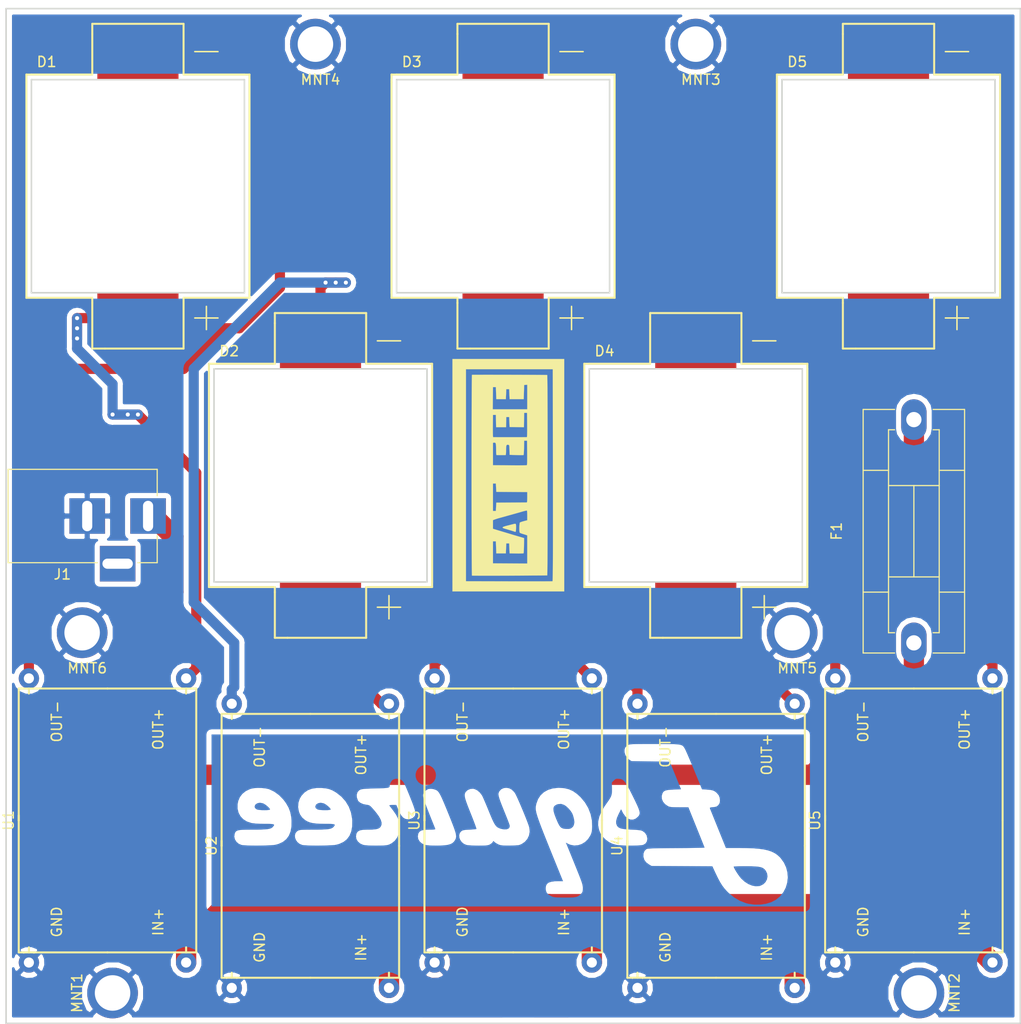
<source format=kicad_pcb>
(kicad_pcb (version 20171130) (host pcbnew "(5.0.0)")

  (general
    (thickness 1.6)
    (drawings 27)
    (tracks 115)
    (zones 0)
    (modules 20)
    (nets 14)
  )

  (page A4)
  (layers
    (0 F.Cu signal)
    (31 B.Cu signal)
    (32 B.Adhes user)
    (33 F.Adhes user)
    (34 B.Paste user)
    (35 F.Paste user)
    (36 B.SilkS user)
    (37 F.SilkS user)
    (38 B.Mask user)
    (39 F.Mask user)
    (40 Dwgs.User user)
    (41 Cmts.User user)
    (42 Eco1.User user)
    (43 Eco2.User user)
    (44 Edge.Cuts user)
    (45 Margin user)
    (46 B.CrtYd user)
    (47 F.CrtYd user)
    (48 B.Fab user)
    (49 F.Fab user)
  )

  (setup
    (last_trace_width 1)
    (trace_clearance 0.2)
    (zone_clearance 0.508)
    (zone_45_only no)
    (trace_min 0.2)
    (segment_width 0.2)
    (edge_width 0.15)
    (via_size 0.8)
    (via_drill 0.4)
    (via_min_size 0.4)
    (via_min_drill 0.3)
    (uvia_size 0.3)
    (uvia_drill 0.1)
    (uvias_allowed no)
    (uvia_min_size 0.2)
    (uvia_min_drill 0.1)
    (pcb_text_width 0.3)
    (pcb_text_size 1.5 1.5)
    (mod_edge_width 0.15)
    (mod_text_size 1 1)
    (mod_text_width 0.15)
    (pad_size 1.524 1.524)
    (pad_drill 0.762)
    (pad_to_mask_clearance 0.2)
    (aux_axis_origin 0 0)
    (visible_elements 7FFFFFFF)
    (pcbplotparams
      (layerselection 0x010fc_ffffffff)
      (usegerberextensions false)
      (usegerberattributes false)
      (usegerberadvancedattributes false)
      (creategerberjobfile false)
      (excludeedgelayer true)
      (linewidth 0.100000)
      (plotframeref false)
      (viasonmask false)
      (mode 1)
      (useauxorigin false)
      (hpglpennumber 1)
      (hpglpenspeed 20)
      (hpglpendiameter 15.000000)
      (psnegative false)
      (psa4output false)
      (plotreference true)
      (plotvalue true)
      (plotinvisibletext false)
      (padsonsilk false)
      (subtractmaskfromsilk false)
      (outputformat 1)
      (mirror false)
      (drillshape 0)
      (scaleselection 1)
      (outputdirectory "gerbers2/"))
  )

  (net 0 "")
  (net 1 "Net-(D1-Pad2)")
  (net 2 "Net-(D1-Pad1)")
  (net 3 "Net-(D2-Pad1)")
  (net 4 "Net-(D2-Pad2)")
  (net 5 "Net-(D3-Pad2)")
  (net 6 "Net-(D3-Pad1)")
  (net 7 "Net-(D4-Pad1)")
  (net 8 "Net-(D4-Pad2)")
  (net 9 +12V)
  (net 10 GND)
  (net 11 "Net-(D5-Pad2)")
  (net 12 "Net-(D5-Pad1)")
  (net 13 "Net-(F1-Pad2)")

  (net_class Default "This is the default net class."
    (clearance 0.2)
    (trace_width 1)
    (via_dia 0.8)
    (via_drill 0.4)
    (uvia_dia 0.3)
    (uvia_drill 0.1)
    (add_net +12V)
    (add_net GND)
    (add_net "Net-(D1-Pad1)")
    (add_net "Net-(D1-Pad2)")
    (add_net "Net-(D2-Pad1)")
    (add_net "Net-(D2-Pad2)")
    (add_net "Net-(D3-Pad1)")
    (add_net "Net-(D3-Pad2)")
    (add_net "Net-(D4-Pad1)")
    (add_net "Net-(D4-Pad2)")
    (add_net "Net-(D5-Pad1)")
    (add_net "Net-(D5-Pad2)")
    (add_net "Net-(F1-Pad2)")
  )

  (module TEST:10W_LED (layer F.Cu) (tedit 5DE8614E) (tstamp 5E7488DC)
    (at 103 72.5)
    (path /5E73D4A9)
    (fp_text reference D1 (at -9 -12.25) (layer F.SilkS)
      (effects (font (size 1 1) (thickness 0.15)))
    )
    (fp_text value LED (at 0 -1.9) (layer F.Fab)
      (effects (font (size 1 1) (thickness 0.15)))
    )
    (fp_line (start 4.5 16) (end 4.5 11) (layer F.SilkS) (width 0.2))
    (fp_line (start -3.25 16) (end 4.5 16) (layer F.SilkS) (width 0.2))
    (fp_line (start -4.5 16) (end -3.25 16) (layer F.SilkS) (width 0.2))
    (fp_line (start -4.5 11.5) (end -4.5 16) (layer F.SilkS) (width 0.2))
    (fp_line (start -4.5 11) (end -4.5 11.5) (layer F.SilkS) (width 0.2))
    (fp_line (start -10 11) (end -4.5 11) (layer F.SilkS) (width 0.2))
    (fp_line (start -11 11) (end -10 11) (layer F.SilkS) (width 0.2))
    (fp_line (start -11 -10.25) (end -11 11) (layer F.SilkS) (width 0.2))
    (fp_line (start -11 -11) (end -11 -10.25) (layer F.SilkS) (width 0.2))
    (fp_line (start -4.5 -11) (end -11 -11) (layer F.SilkS) (width 0.2))
    (fp_line (start -4.5 -15) (end -4.5 -11) (layer F.SilkS) (width 0.2))
    (fp_line (start -4.5 -16) (end -4.5 -15) (layer F.SilkS) (width 0.2))
    (fp_line (start 4.5 -16) (end -4.5 -16) (layer F.SilkS) (width 0.2))
    (fp_line (start 4.5 -11) (end 4.5 -16) (layer F.SilkS) (width 0.2))
    (fp_line (start 11 -11) (end 4.5 -11) (layer F.SilkS) (width 0.2))
    (fp_line (start 11 11) (end 11 -11) (layer F.SilkS) (width 0.2))
    (fp_line (start 4.5 11) (end 11 11) (layer F.SilkS) (width 0.2))
    (fp_line (start 3.75 16) (end 4.5 16) (layer F.SilkS) (width 0.1))
    (fp_text user - (at 6.75 -13.5) (layer F.SilkS)
      (effects (font (size 3 3) (thickness 0.15)))
    )
    (fp_text user + (at 6.75 12.75) (layer F.SilkS)
      (effects (font (size 3 3) (thickness 0.15)))
    )
    (fp_line (start 10.5 10.5) (end 1 10.5) (layer F.Fab) (width 0.1))
    (fp_line (start 10.5 0) (end 10.5 10.5) (layer F.Fab) (width 0.1))
    (fp_line (start 0 10.5) (end 1 10.5) (layer F.Fab) (width 0.1))
    (fp_line (start -10.5 10.5) (end -10.5 1) (layer F.Fab) (width 0.1))
    (fp_line (start 0 10.5) (end -10.5 10.5) (layer F.Fab) (width 0.1))
    (fp_line (start -10.5 0) (end -10.5 1) (layer F.Fab) (width 0.1))
    (fp_line (start -10.5 -10.5) (end -1 -10.5) (layer F.Fab) (width 0.1))
    (fp_line (start -10.5 0) (end -10.5 -10.5) (layer F.Fab) (width 0.1))
    (fp_line (start 0 -10.5) (end -1 -10.5) (layer F.Fab) (width 0.1))
    (fp_line (start 10.5 -10.5) (end 10.5 -1) (layer F.Fab) (width 0.1))
    (fp_line (start 0 -10.5) (end 10.5 -10.5) (layer F.Fab) (width 0.1))
    (fp_line (start 10.5 0) (end 10.5 -1) (layer F.Fab) (width 0.1))
    (pad 2 smd rect (at 0 13) (size 8 5) (layers F.Cu F.Paste F.Mask)
      (net 1 "Net-(D1-Pad2)"))
    (pad 1 smd rect (at 0 -13) (size 8 5) (layers F.Cu F.Paste F.Mask)
      (net 2 "Net-(D1-Pad1)"))
  )

  (module TEST:10W_LED (layer F.Cu) (tedit 5DE8614E) (tstamp 5E748902)
    (at 121 101)
    (path /5E73D741)
    (fp_text reference D2 (at -9 -12.25) (layer F.SilkS)
      (effects (font (size 1 1) (thickness 0.15)))
    )
    (fp_text value LED (at 0 -1.9) (layer F.Fab)
      (effects (font (size 1 1) (thickness 0.15)))
    )
    (fp_line (start 10.5 0) (end 10.5 -1) (layer F.Fab) (width 0.1))
    (fp_line (start 0 -10.5) (end 10.5 -10.5) (layer F.Fab) (width 0.1))
    (fp_line (start 10.5 -10.5) (end 10.5 -1) (layer F.Fab) (width 0.1))
    (fp_line (start 0 -10.5) (end -1 -10.5) (layer F.Fab) (width 0.1))
    (fp_line (start -10.5 0) (end -10.5 -10.5) (layer F.Fab) (width 0.1))
    (fp_line (start -10.5 -10.5) (end -1 -10.5) (layer F.Fab) (width 0.1))
    (fp_line (start -10.5 0) (end -10.5 1) (layer F.Fab) (width 0.1))
    (fp_line (start 0 10.5) (end -10.5 10.5) (layer F.Fab) (width 0.1))
    (fp_line (start -10.5 10.5) (end -10.5 1) (layer F.Fab) (width 0.1))
    (fp_line (start 0 10.5) (end 1 10.5) (layer F.Fab) (width 0.1))
    (fp_line (start 10.5 0) (end 10.5 10.5) (layer F.Fab) (width 0.1))
    (fp_line (start 10.5 10.5) (end 1 10.5) (layer F.Fab) (width 0.1))
    (fp_text user + (at 6.75 12.75) (layer F.SilkS)
      (effects (font (size 3 3) (thickness 0.15)))
    )
    (fp_text user - (at 6.75 -13.5) (layer F.SilkS)
      (effects (font (size 3 3) (thickness 0.15)))
    )
    (fp_line (start 3.75 16) (end 4.5 16) (layer F.SilkS) (width 0.1))
    (fp_line (start 4.5 11) (end 11 11) (layer F.SilkS) (width 0.2))
    (fp_line (start 11 11) (end 11 -11) (layer F.SilkS) (width 0.2))
    (fp_line (start 11 -11) (end 4.5 -11) (layer F.SilkS) (width 0.2))
    (fp_line (start 4.5 -11) (end 4.5 -16) (layer F.SilkS) (width 0.2))
    (fp_line (start 4.5 -16) (end -4.5 -16) (layer F.SilkS) (width 0.2))
    (fp_line (start -4.5 -16) (end -4.5 -15) (layer F.SilkS) (width 0.2))
    (fp_line (start -4.5 -15) (end -4.5 -11) (layer F.SilkS) (width 0.2))
    (fp_line (start -4.5 -11) (end -11 -11) (layer F.SilkS) (width 0.2))
    (fp_line (start -11 -11) (end -11 -10.25) (layer F.SilkS) (width 0.2))
    (fp_line (start -11 -10.25) (end -11 11) (layer F.SilkS) (width 0.2))
    (fp_line (start -11 11) (end -10 11) (layer F.SilkS) (width 0.2))
    (fp_line (start -10 11) (end -4.5 11) (layer F.SilkS) (width 0.2))
    (fp_line (start -4.5 11) (end -4.5 11.5) (layer F.SilkS) (width 0.2))
    (fp_line (start -4.5 11.5) (end -4.5 16) (layer F.SilkS) (width 0.2))
    (fp_line (start -4.5 16) (end -3.25 16) (layer F.SilkS) (width 0.2))
    (fp_line (start -3.25 16) (end 4.5 16) (layer F.SilkS) (width 0.2))
    (fp_line (start 4.5 16) (end 4.5 11) (layer F.SilkS) (width 0.2))
    (pad 1 smd rect (at 0 -13) (size 8 5) (layers F.Cu F.Paste F.Mask)
      (net 3 "Net-(D2-Pad1)"))
    (pad 2 smd rect (at 0 13) (size 8 5) (layers F.Cu F.Paste F.Mask)
      (net 4 "Net-(D2-Pad2)"))
  )

  (module TEST:10W_LED (layer F.Cu) (tedit 5DE8614E) (tstamp 5E748928)
    (at 139 72.5)
    (path /5E73D8AB)
    (fp_text reference D3 (at -9 -12.25) (layer F.SilkS)
      (effects (font (size 1 1) (thickness 0.15)))
    )
    (fp_text value LED (at 0 -1.9) (layer F.Fab)
      (effects (font (size 1 1) (thickness 0.15)))
    )
    (fp_line (start 4.5 16) (end 4.5 11) (layer F.SilkS) (width 0.2))
    (fp_line (start -3.25 16) (end 4.5 16) (layer F.SilkS) (width 0.2))
    (fp_line (start -4.5 16) (end -3.25 16) (layer F.SilkS) (width 0.2))
    (fp_line (start -4.5 11.5) (end -4.5 16) (layer F.SilkS) (width 0.2))
    (fp_line (start -4.5 11) (end -4.5 11.5) (layer F.SilkS) (width 0.2))
    (fp_line (start -10 11) (end -4.5 11) (layer F.SilkS) (width 0.2))
    (fp_line (start -11 11) (end -10 11) (layer F.SilkS) (width 0.2))
    (fp_line (start -11 -10.25) (end -11 11) (layer F.SilkS) (width 0.2))
    (fp_line (start -11 -11) (end -11 -10.25) (layer F.SilkS) (width 0.2))
    (fp_line (start -4.5 -11) (end -11 -11) (layer F.SilkS) (width 0.2))
    (fp_line (start -4.5 -15) (end -4.5 -11) (layer F.SilkS) (width 0.2))
    (fp_line (start -4.5 -16) (end -4.5 -15) (layer F.SilkS) (width 0.2))
    (fp_line (start 4.5 -16) (end -4.5 -16) (layer F.SilkS) (width 0.2))
    (fp_line (start 4.5 -11) (end 4.5 -16) (layer F.SilkS) (width 0.2))
    (fp_line (start 11 -11) (end 4.5 -11) (layer F.SilkS) (width 0.2))
    (fp_line (start 11 11) (end 11 -11) (layer F.SilkS) (width 0.2))
    (fp_line (start 4.5 11) (end 11 11) (layer F.SilkS) (width 0.2))
    (fp_line (start 3.75 16) (end 4.5 16) (layer F.SilkS) (width 0.1))
    (fp_text user - (at 6.75 -13.5) (layer F.SilkS)
      (effects (font (size 3 3) (thickness 0.15)))
    )
    (fp_text user + (at 6.75 12.75) (layer F.SilkS)
      (effects (font (size 3 3) (thickness 0.15)))
    )
    (fp_line (start 10.5 10.5) (end 1 10.5) (layer F.Fab) (width 0.1))
    (fp_line (start 10.5 0) (end 10.5 10.5) (layer F.Fab) (width 0.1))
    (fp_line (start 0 10.5) (end 1 10.5) (layer F.Fab) (width 0.1))
    (fp_line (start -10.5 10.5) (end -10.5 1) (layer F.Fab) (width 0.1))
    (fp_line (start 0 10.5) (end -10.5 10.5) (layer F.Fab) (width 0.1))
    (fp_line (start -10.5 0) (end -10.5 1) (layer F.Fab) (width 0.1))
    (fp_line (start -10.5 -10.5) (end -1 -10.5) (layer F.Fab) (width 0.1))
    (fp_line (start -10.5 0) (end -10.5 -10.5) (layer F.Fab) (width 0.1))
    (fp_line (start 0 -10.5) (end -1 -10.5) (layer F.Fab) (width 0.1))
    (fp_line (start 10.5 -10.5) (end 10.5 -1) (layer F.Fab) (width 0.1))
    (fp_line (start 0 -10.5) (end 10.5 -10.5) (layer F.Fab) (width 0.1))
    (fp_line (start 10.5 0) (end 10.5 -1) (layer F.Fab) (width 0.1))
    (pad 2 smd rect (at 0 13) (size 8 5) (layers F.Cu F.Paste F.Mask)
      (net 5 "Net-(D3-Pad2)"))
    (pad 1 smd rect (at 0 -13) (size 8 5) (layers F.Cu F.Paste F.Mask)
      (net 6 "Net-(D3-Pad1)"))
  )

  (module TEST:10W_LED (layer F.Cu) (tedit 5DE8614E) (tstamp 5E74894E)
    (at 158 101)
    (path /5E73DB28)
    (fp_text reference D4 (at -9 -12.25) (layer F.SilkS)
      (effects (font (size 1 1) (thickness 0.15)))
    )
    (fp_text value LED (at 0 -1.9) (layer F.Fab)
      (effects (font (size 1 1) (thickness 0.15)))
    )
    (fp_line (start 10.5 0) (end 10.5 -1) (layer F.Fab) (width 0.1))
    (fp_line (start 0 -10.5) (end 10.5 -10.5) (layer F.Fab) (width 0.1))
    (fp_line (start 10.5 -10.5) (end 10.5 -1) (layer F.Fab) (width 0.1))
    (fp_line (start 0 -10.5) (end -1 -10.5) (layer F.Fab) (width 0.1))
    (fp_line (start -10.5 0) (end -10.5 -10.5) (layer F.Fab) (width 0.1))
    (fp_line (start -10.5 -10.5) (end -1 -10.5) (layer F.Fab) (width 0.1))
    (fp_line (start -10.5 0) (end -10.5 1) (layer F.Fab) (width 0.1))
    (fp_line (start 0 10.5) (end -10.5 10.5) (layer F.Fab) (width 0.1))
    (fp_line (start -10.5 10.5) (end -10.5 1) (layer F.Fab) (width 0.1))
    (fp_line (start 0 10.5) (end 1 10.5) (layer F.Fab) (width 0.1))
    (fp_line (start 10.5 0) (end 10.5 10.5) (layer F.Fab) (width 0.1))
    (fp_line (start 10.5 10.5) (end 1 10.5) (layer F.Fab) (width 0.1))
    (fp_text user + (at 6.75 12.75) (layer F.SilkS)
      (effects (font (size 3 3) (thickness 0.15)))
    )
    (fp_text user - (at 6.75 -13.5) (layer F.SilkS)
      (effects (font (size 3 3) (thickness 0.15)))
    )
    (fp_line (start 3.75 16) (end 4.5 16) (layer F.SilkS) (width 0.1))
    (fp_line (start 4.5 11) (end 11 11) (layer F.SilkS) (width 0.2))
    (fp_line (start 11 11) (end 11 -11) (layer F.SilkS) (width 0.2))
    (fp_line (start 11 -11) (end 4.5 -11) (layer F.SilkS) (width 0.2))
    (fp_line (start 4.5 -11) (end 4.5 -16) (layer F.SilkS) (width 0.2))
    (fp_line (start 4.5 -16) (end -4.5 -16) (layer F.SilkS) (width 0.2))
    (fp_line (start -4.5 -16) (end -4.5 -15) (layer F.SilkS) (width 0.2))
    (fp_line (start -4.5 -15) (end -4.5 -11) (layer F.SilkS) (width 0.2))
    (fp_line (start -4.5 -11) (end -11 -11) (layer F.SilkS) (width 0.2))
    (fp_line (start -11 -11) (end -11 -10.25) (layer F.SilkS) (width 0.2))
    (fp_line (start -11 -10.25) (end -11 11) (layer F.SilkS) (width 0.2))
    (fp_line (start -11 11) (end -10 11) (layer F.SilkS) (width 0.2))
    (fp_line (start -10 11) (end -4.5 11) (layer F.SilkS) (width 0.2))
    (fp_line (start -4.5 11) (end -4.5 11.5) (layer F.SilkS) (width 0.2))
    (fp_line (start -4.5 11.5) (end -4.5 16) (layer F.SilkS) (width 0.2))
    (fp_line (start -4.5 16) (end -3.25 16) (layer F.SilkS) (width 0.2))
    (fp_line (start -3.25 16) (end 4.5 16) (layer F.SilkS) (width 0.2))
    (fp_line (start 4.5 16) (end 4.5 11) (layer F.SilkS) (width 0.2))
    (pad 1 smd rect (at 0 -13) (size 8 5) (layers F.Cu F.Paste F.Mask)
      (net 7 "Net-(D4-Pad1)"))
    (pad 2 smd rect (at 0 13) (size 8 5) (layers F.Cu F.Paste F.Mask)
      (net 8 "Net-(D4-Pad2)"))
  )

  (module TEST:10W_LED_Driver (layer F.Cu) (tedit 5DE8410A) (tstamp 5E748969)
    (at 100 135 90)
    (path /5E73D55D)
    (fp_text reference U1 (at 0 -9.75 90) (layer F.SilkS)
      (effects (font (size 1 1) (thickness 0.15)))
    )
    (fp_text value 10W_LED_DRIVER (at 0 -4 90) (layer F.Fab)
      (effects (font (size 1 1) (thickness 0.15)))
    )
    (fp_text user OUT+ (at 9 5 90) (layer F.SilkS)
      (effects (font (size 1 1) (thickness 0.15)))
    )
    (fp_text user OUT- (at 9.75 -5 90) (layer F.SilkS)
      (effects (font (size 1 1) (thickness 0.15)))
    )
    (fp_text user GND (at -10 -5 90) (layer F.SilkS)
      (effects (font (size 1 1) (thickness 0.15)))
    )
    (fp_text user IN+ (at -10 5 90) (layer F.SilkS)
      (effects (font (size 1 1) (thickness 0.15)))
    )
    (fp_line (start 12.75 7.75) (end 12.5 7.75) (layer F.SilkS) (width 0.2))
    (fp_line (start 12.75 -7.75) (end 12.5 -7.75) (layer F.SilkS) (width 0.2))
    (fp_line (start -13 -7.75) (end -12.5 -7.75) (layer F.SilkS) (width 0.2))
    (fp_line (start -13 7.75) (end -12.5 7.75) (layer F.SilkS) (width 0.2))
    (fp_line (start 13 7.75) (end 12.75 7.75) (layer F.SilkS) (width 0.2))
    (fp_line (start 0 -8.75) (end -13 -8.75) (layer F.SilkS) (width 0.2))
    (fp_line (start -13 -8.75) (end -13 0) (layer F.SilkS) (width 0.2))
    (fp_line (start 0 8.75) (end -13 8.75) (layer F.SilkS) (width 0.2))
    (fp_line (start -13 0) (end -13 8.75) (layer F.SilkS) (width 0.2))
    (fp_line (start 13 8.75) (end 0 8.75) (layer F.SilkS) (width 0.2))
    (fp_line (start 13 0) (end 13 8.75) (layer F.SilkS) (width 0.2))
    (fp_line (start 13 -7.75) (end 12.75 -7.75) (layer F.SilkS) (width 0.2))
    (fp_line (start 13 -8.75) (end 13 0) (layer F.SilkS) (width 0.2))
    (fp_line (start 13 -8.75) (end 0 -8.75) (layer F.SilkS) (width 0.2))
    (fp_line (start 0 -8.75) (end 0.5 -8.75) (layer F.SilkS) (width 0.2))
    (pad 4 thru_hole circle (at 14 -7.75 90) (size 2 2) (drill 1) (layers *.Cu *.Mask)
      (net 2 "Net-(D1-Pad1)"))
    (pad 3 thru_hole circle (at 14 7.75 90) (size 2 2) (drill 1) (layers *.Cu *.Mask)
      (net 1 "Net-(D1-Pad2)"))
    (pad 2 thru_hole circle (at -14 7.75 90) (size 2 2) (drill 1) (layers *.Cu *.Mask)
      (net 9 +12V))
    (pad 1 thru_hole circle (at -14 -7.75 90) (size 2 2) (drill 1) (layers *.Cu *.Mask)
      (net 10 GND))
  )

  (module TEST:10W_LED_Driver (layer F.Cu) (tedit 5DE8410A) (tstamp 5E748984)
    (at 120 137.5 90)
    (path /5E73D748)
    (fp_text reference U2 (at 0 -9.75 90) (layer F.SilkS)
      (effects (font (size 1 1) (thickness 0.15)))
    )
    (fp_text value 10W_LED_DRIVER (at 0 -4 90) (layer F.Fab)
      (effects (font (size 1 1) (thickness 0.15)))
    )
    (fp_line (start 0 -8.75) (end 0.5 -8.75) (layer F.SilkS) (width 0.2))
    (fp_line (start 13 -8.75) (end 0 -8.75) (layer F.SilkS) (width 0.2))
    (fp_line (start 13 -8.75) (end 13 0) (layer F.SilkS) (width 0.2))
    (fp_line (start 13 -7.75) (end 12.75 -7.75) (layer F.SilkS) (width 0.2))
    (fp_line (start 13 0) (end 13 8.75) (layer F.SilkS) (width 0.2))
    (fp_line (start 13 8.75) (end 0 8.75) (layer F.SilkS) (width 0.2))
    (fp_line (start -13 0) (end -13 8.75) (layer F.SilkS) (width 0.2))
    (fp_line (start 0 8.75) (end -13 8.75) (layer F.SilkS) (width 0.2))
    (fp_line (start -13 -8.75) (end -13 0) (layer F.SilkS) (width 0.2))
    (fp_line (start 0 -8.75) (end -13 -8.75) (layer F.SilkS) (width 0.2))
    (fp_line (start 13 7.75) (end 12.75 7.75) (layer F.SilkS) (width 0.2))
    (fp_line (start -13 7.75) (end -12.5 7.75) (layer F.SilkS) (width 0.2))
    (fp_line (start -13 -7.75) (end -12.5 -7.75) (layer F.SilkS) (width 0.2))
    (fp_line (start 12.75 -7.75) (end 12.5 -7.75) (layer F.SilkS) (width 0.2))
    (fp_line (start 12.75 7.75) (end 12.5 7.75) (layer F.SilkS) (width 0.2))
    (fp_text user IN+ (at -10 5 90) (layer F.SilkS)
      (effects (font (size 1 1) (thickness 0.15)))
    )
    (fp_text user GND (at -10 -5 90) (layer F.SilkS)
      (effects (font (size 1 1) (thickness 0.15)))
    )
    (fp_text user OUT- (at 9.75 -5 90) (layer F.SilkS)
      (effects (font (size 1 1) (thickness 0.15)))
    )
    (fp_text user OUT+ (at 9 5 90) (layer F.SilkS)
      (effects (font (size 1 1) (thickness 0.15)))
    )
    (pad 1 thru_hole circle (at -14 -7.75 90) (size 2 2) (drill 1) (layers *.Cu *.Mask)
      (net 10 GND))
    (pad 2 thru_hole circle (at -14 7.75 90) (size 2 2) (drill 1) (layers *.Cu *.Mask)
      (net 9 +12V))
    (pad 3 thru_hole circle (at 14 7.75 90) (size 2 2) (drill 1) (layers *.Cu *.Mask)
      (net 4 "Net-(D2-Pad2)"))
    (pad 4 thru_hole circle (at 14 -7.75 90) (size 2 2) (drill 1) (layers *.Cu *.Mask)
      (net 3 "Net-(D2-Pad1)"))
  )

  (module TEST:10W_LED_Driver (layer F.Cu) (tedit 5DE8410A) (tstamp 5E74899F)
    (at 140 135 90)
    (path /5E73D8B2)
    (fp_text reference U3 (at 0 -9.75 90) (layer F.SilkS)
      (effects (font (size 1 1) (thickness 0.15)))
    )
    (fp_text value 10W_LED_DRIVER (at 0 -4 90) (layer F.Fab)
      (effects (font (size 1 1) (thickness 0.15)))
    )
    (fp_text user OUT+ (at 9 5 90) (layer F.SilkS)
      (effects (font (size 1 1) (thickness 0.15)))
    )
    (fp_text user OUT- (at 9.75 -5 90) (layer F.SilkS)
      (effects (font (size 1 1) (thickness 0.15)))
    )
    (fp_text user GND (at -10 -5 90) (layer F.SilkS)
      (effects (font (size 1 1) (thickness 0.15)))
    )
    (fp_text user IN+ (at -10 5 90) (layer F.SilkS)
      (effects (font (size 1 1) (thickness 0.15)))
    )
    (fp_line (start 12.75 7.75) (end 12.5 7.75) (layer F.SilkS) (width 0.2))
    (fp_line (start 12.75 -7.75) (end 12.5 -7.75) (layer F.SilkS) (width 0.2))
    (fp_line (start -13 -7.75) (end -12.5 -7.75) (layer F.SilkS) (width 0.2))
    (fp_line (start -13 7.75) (end -12.5 7.75) (layer F.SilkS) (width 0.2))
    (fp_line (start 13 7.75) (end 12.75 7.75) (layer F.SilkS) (width 0.2))
    (fp_line (start 0 -8.75) (end -13 -8.75) (layer F.SilkS) (width 0.2))
    (fp_line (start -13 -8.75) (end -13 0) (layer F.SilkS) (width 0.2))
    (fp_line (start 0 8.75) (end -13 8.75) (layer F.SilkS) (width 0.2))
    (fp_line (start -13 0) (end -13 8.75) (layer F.SilkS) (width 0.2))
    (fp_line (start 13 8.75) (end 0 8.75) (layer F.SilkS) (width 0.2))
    (fp_line (start 13 0) (end 13 8.75) (layer F.SilkS) (width 0.2))
    (fp_line (start 13 -7.75) (end 12.75 -7.75) (layer F.SilkS) (width 0.2))
    (fp_line (start 13 -8.75) (end 13 0) (layer F.SilkS) (width 0.2))
    (fp_line (start 13 -8.75) (end 0 -8.75) (layer F.SilkS) (width 0.2))
    (fp_line (start 0 -8.75) (end 0.5 -8.75) (layer F.SilkS) (width 0.2))
    (pad 4 thru_hole circle (at 14 -7.75 90) (size 2 2) (drill 1) (layers *.Cu *.Mask)
      (net 6 "Net-(D3-Pad1)"))
    (pad 3 thru_hole circle (at 14 7.75 90) (size 2 2) (drill 1) (layers *.Cu *.Mask)
      (net 5 "Net-(D3-Pad2)"))
    (pad 2 thru_hole circle (at -14 7.75 90) (size 2 2) (drill 1) (layers *.Cu *.Mask)
      (net 9 +12V))
    (pad 1 thru_hole circle (at -14 -7.75 90) (size 2 2) (drill 1) (layers *.Cu *.Mask)
      (net 10 GND))
  )

  (module TEST:10W_LED_Driver (layer F.Cu) (tedit 5DE8410A) (tstamp 5E7489BA)
    (at 160 137.5 90)
    (path /5E73DB2F)
    (fp_text reference U4 (at 0 -9.75 90) (layer F.SilkS)
      (effects (font (size 1 1) (thickness 0.15)))
    )
    (fp_text value 10W_LED_DRIVER (at 0 -4 90) (layer F.Fab)
      (effects (font (size 1 1) (thickness 0.15)))
    )
    (fp_line (start 0 -8.75) (end 0.5 -8.75) (layer F.SilkS) (width 0.2))
    (fp_line (start 13 -8.75) (end 0 -8.75) (layer F.SilkS) (width 0.2))
    (fp_line (start 13 -8.75) (end 13 0) (layer F.SilkS) (width 0.2))
    (fp_line (start 13 -7.75) (end 12.75 -7.75) (layer F.SilkS) (width 0.2))
    (fp_line (start 13 0) (end 13 8.75) (layer F.SilkS) (width 0.2))
    (fp_line (start 13 8.75) (end 0 8.75) (layer F.SilkS) (width 0.2))
    (fp_line (start -13 0) (end -13 8.75) (layer F.SilkS) (width 0.2))
    (fp_line (start 0 8.75) (end -13 8.75) (layer F.SilkS) (width 0.2))
    (fp_line (start -13 -8.75) (end -13 0) (layer F.SilkS) (width 0.2))
    (fp_line (start 0 -8.75) (end -13 -8.75) (layer F.SilkS) (width 0.2))
    (fp_line (start 13 7.75) (end 12.75 7.75) (layer F.SilkS) (width 0.2))
    (fp_line (start -13 7.75) (end -12.5 7.75) (layer F.SilkS) (width 0.2))
    (fp_line (start -13 -7.75) (end -12.5 -7.75) (layer F.SilkS) (width 0.2))
    (fp_line (start 12.75 -7.75) (end 12.5 -7.75) (layer F.SilkS) (width 0.2))
    (fp_line (start 12.75 7.75) (end 12.5 7.75) (layer F.SilkS) (width 0.2))
    (fp_text user IN+ (at -10 5 90) (layer F.SilkS)
      (effects (font (size 1 1) (thickness 0.15)))
    )
    (fp_text user GND (at -10 -5 90) (layer F.SilkS)
      (effects (font (size 1 1) (thickness 0.15)))
    )
    (fp_text user OUT- (at 9.75 -5 90) (layer F.SilkS)
      (effects (font (size 1 1) (thickness 0.15)))
    )
    (fp_text user OUT+ (at 9 5 90) (layer F.SilkS)
      (effects (font (size 1 1) (thickness 0.15)))
    )
    (pad 1 thru_hole circle (at -14 -7.75 90) (size 2 2) (drill 1) (layers *.Cu *.Mask)
      (net 10 GND))
    (pad 2 thru_hole circle (at -14 7.75 90) (size 2 2) (drill 1) (layers *.Cu *.Mask)
      (net 9 +12V))
    (pad 3 thru_hole circle (at 14 7.75 90) (size 2 2) (drill 1) (layers *.Cu *.Mask)
      (net 8 "Net-(D4-Pad2)"))
    (pad 4 thru_hole circle (at 14 -7.75 90) (size 2 2) (drill 1) (layers *.Cu *.Mask)
      (net 7 "Net-(D4-Pad1)"))
  )

  (module TEST:10W_LED (layer F.Cu) (tedit 5DE8614E) (tstamp 5E753F4C)
    (at 177 72.5)
    (path /5E73E007)
    (fp_text reference D5 (at -9 -12.25) (layer F.SilkS)
      (effects (font (size 1 1) (thickness 0.15)))
    )
    (fp_text value LED (at 0 -1.9) (layer F.Fab)
      (effects (font (size 1 1) (thickness 0.15)))
    )
    (fp_line (start 4.5 16) (end 4.5 11) (layer F.SilkS) (width 0.2))
    (fp_line (start -3.25 16) (end 4.5 16) (layer F.SilkS) (width 0.2))
    (fp_line (start -4.5 16) (end -3.25 16) (layer F.SilkS) (width 0.2))
    (fp_line (start -4.5 11.5) (end -4.5 16) (layer F.SilkS) (width 0.2))
    (fp_line (start -4.5 11) (end -4.5 11.5) (layer F.SilkS) (width 0.2))
    (fp_line (start -10 11) (end -4.5 11) (layer F.SilkS) (width 0.2))
    (fp_line (start -11 11) (end -10 11) (layer F.SilkS) (width 0.2))
    (fp_line (start -11 -10.25) (end -11 11) (layer F.SilkS) (width 0.2))
    (fp_line (start -11 -11) (end -11 -10.25) (layer F.SilkS) (width 0.2))
    (fp_line (start -4.5 -11) (end -11 -11) (layer F.SilkS) (width 0.2))
    (fp_line (start -4.5 -15) (end -4.5 -11) (layer F.SilkS) (width 0.2))
    (fp_line (start -4.5 -16) (end -4.5 -15) (layer F.SilkS) (width 0.2))
    (fp_line (start 4.5 -16) (end -4.5 -16) (layer F.SilkS) (width 0.2))
    (fp_line (start 4.5 -11) (end 4.5 -16) (layer F.SilkS) (width 0.2))
    (fp_line (start 11 -11) (end 4.5 -11) (layer F.SilkS) (width 0.2))
    (fp_line (start 11 11) (end 11 -11) (layer F.SilkS) (width 0.2))
    (fp_line (start 4.5 11) (end 11 11) (layer F.SilkS) (width 0.2))
    (fp_line (start 3.75 16) (end 4.5 16) (layer F.SilkS) (width 0.1))
    (fp_text user - (at 6.75 -13.5) (layer F.SilkS)
      (effects (font (size 3 3) (thickness 0.15)))
    )
    (fp_text user + (at 6.75 12.75) (layer F.SilkS)
      (effects (font (size 3 3) (thickness 0.15)))
    )
    (fp_line (start 10.5 10.5) (end 1 10.5) (layer F.Fab) (width 0.1))
    (fp_line (start 10.5 0) (end 10.5 10.5) (layer F.Fab) (width 0.1))
    (fp_line (start 0 10.5) (end 1 10.5) (layer F.Fab) (width 0.1))
    (fp_line (start -10.5 10.5) (end -10.5 1) (layer F.Fab) (width 0.1))
    (fp_line (start 0 10.5) (end -10.5 10.5) (layer F.Fab) (width 0.1))
    (fp_line (start -10.5 0) (end -10.5 1) (layer F.Fab) (width 0.1))
    (fp_line (start -10.5 -10.5) (end -1 -10.5) (layer F.Fab) (width 0.1))
    (fp_line (start -10.5 0) (end -10.5 -10.5) (layer F.Fab) (width 0.1))
    (fp_line (start 0 -10.5) (end -1 -10.5) (layer F.Fab) (width 0.1))
    (fp_line (start 10.5 -10.5) (end 10.5 -1) (layer F.Fab) (width 0.1))
    (fp_line (start 0 -10.5) (end 10.5 -10.5) (layer F.Fab) (width 0.1))
    (fp_line (start 10.5 0) (end 10.5 -1) (layer F.Fab) (width 0.1))
    (pad 2 smd rect (at 0 13) (size 8 5) (layers F.Cu F.Paste F.Mask)
      (net 11 "Net-(D5-Pad2)"))
    (pad 1 smd rect (at 0 -13) (size 8 5) (layers F.Cu F.Paste F.Mask)
      (net 12 "Net-(D5-Pad1)"))
  )

  (module Fuse_Holders_and_Fuses:Fuseholder5x20_horiz_SemiClosed_Casing10x25mm (layer F.Cu) (tedit 5880C4BF) (tstamp 5E753F78)
    (at 179.5 117.5 90)
    (descr "Fuseholder, 5x20, Semi closed, horizontal, Casing 10x25mm,")
    (tags "Fuseholder 5x20 Semi closed horizontal Casing 10x25mm Sicherungshalter halbgeschlossen ")
    (path /5E740243)
    (fp_text reference F1 (at 11 -7.62 90) (layer F.SilkS)
      (effects (font (size 1 1) (thickness 0.15)))
    )
    (fp_text value Fuse (at 12.27 7.62 90) (layer F.Fab)
      (effects (font (size 1 1) (thickness 0.15)))
    )
    (fp_line (start 23.5 5.2) (end -1.5 5.2) (layer F.CrtYd) (width 0.05))
    (fp_line (start 23.5 5.2) (end 23.5 -5.15) (layer F.CrtYd) (width 0.05))
    (fp_line (start -1.5 -5.15) (end -1.5 5.2) (layer F.CrtYd) (width 0.05))
    (fp_line (start -1.5 -5.15) (end 23.5 -5.15) (layer F.CrtYd) (width 0.05))
    (fp_line (start -1 -5) (end -1 -1.9) (layer F.SilkS) (width 0.12))
    (fp_line (start 23 -5) (end -1 -5) (layer F.SilkS) (width 0.12))
    (fp_line (start 23 5) (end 23 1.9) (layer F.SilkS) (width 0.12))
    (fp_line (start -1 5) (end 23 5) (layer F.SilkS) (width 0.12))
    (fp_line (start -1 1.9) (end -1 5) (layer F.SilkS) (width 0.12))
    (fp_line (start 23 -1.9) (end 23 -5) (layer F.SilkS) (width 0.12))
    (fp_line (start 1 -2.5) (end 1 -1.9) (layer F.SilkS) (width 0.12))
    (fp_line (start 21 -2.5) (end 1 -2.5) (layer F.SilkS) (width 0.12))
    (fp_line (start 21 2.5) (end 21 1.9) (layer F.SilkS) (width 0.12))
    (fp_line (start 1 2.5) (end 21 2.5) (layer F.SilkS) (width 0.12))
    (fp_line (start 1 1.9) (end 1 2.5) (layer F.SilkS) (width 0.12))
    (fp_line (start 21 -1.9) (end 21 -2.5) (layer F.SilkS) (width 0.12))
    (fp_line (start 15.5 -2.5) (end 15.5 2.5) (layer F.SilkS) (width 0.12))
    (fp_line (start 6.5 -2.5) (end 6.5 2.5) (layer F.SilkS) (width 0.12))
    (fp_line (start 6.5 0) (end 15.5 0) (layer F.SilkS) (width 0.12))
    (fp_line (start 17 -5) (end 17 -2.5) (layer F.SilkS) (width 0.12))
    (fp_line (start 17 5) (end 17 2.5) (layer F.SilkS) (width 0.12))
    (fp_line (start 5 5) (end 5 2.5) (layer F.SilkS) (width 0.12))
    (fp_line (start 5 -2.5) (end 5 -5) (layer F.SilkS) (width 0.12))
    (fp_line (start 22.9 -4.9) (end -0.9 -4.9) (layer F.Fab) (width 0.1))
    (fp_line (start 22.9 4.9) (end 22.9 -4.9) (layer F.Fab) (width 0.1))
    (fp_line (start -0.9 4.9) (end 22.9 4.9) (layer F.Fab) (width 0.1))
    (fp_line (start -0.9 -4.9) (end -0.9 4.9) (layer F.Fab) (width 0.1))
    (fp_line (start 21 -2.5) (end 1 -2.5) (layer F.Fab) (width 0.1))
    (fp_line (start 21 2.5) (end 21 -2.5) (layer F.Fab) (width 0.1))
    (fp_line (start 1 2.5) (end 21 2.5) (layer F.Fab) (width 0.1))
    (fp_line (start 1 -2.5) (end 1 2.5) (layer F.Fab) (width 0.1))
    (fp_line (start 5 -4.9) (end 5 -2.5) (layer F.Fab) (width 0.1))
    (fp_line (start 6.5 -2.5) (end 6.5 2.5) (layer F.Fab) (width 0.1))
    (fp_line (start 6.5 0) (end 15.5 0) (layer F.Fab) (width 0.1))
    (fp_line (start 15.5 -2.5) (end 15.5 2.5) (layer F.Fab) (width 0.1))
    (fp_line (start 17 2.5) (end 17 4.95) (layer F.Fab) (width 0.1))
    (fp_line (start 17 -2.5) (end 17 -4.9) (layer F.Fab) (width 0.1))
    (fp_line (start 5 2.5) (end 5 4.9) (layer F.Fab) (width 0.1))
    (pad 1 thru_hole oval (at 0 0) (size 2.5 4) (drill 1.5) (layers *.Cu *.Mask)
      (net 9 +12V))
    (pad 2 thru_hole oval (at 22 0) (size 2.5 4) (drill 1.5) (layers *.Cu *.Mask)
      (net 13 "Net-(F1-Pad2)"))
  )

  (module Connectors:BARREL_JACK (layer F.Cu) (tedit 5861378E) (tstamp 5E753F97)
    (at 104 105)
    (descr "DC Barrel Jack")
    (tags "Power Jack")
    (path /5E73E55B)
    (fp_text reference J1 (at -8.45 5.75 180) (layer F.SilkS)
      (effects (font (size 1 1) (thickness 0.15)))
    )
    (fp_text value Barrel_Jack (at -6.2 -5.5) (layer F.Fab)
      (effects (font (size 1 1) (thickness 0.15)))
    )
    (fp_line (start 0.8 -4.5) (end -13.7 -4.5) (layer F.Fab) (width 0.1))
    (fp_line (start 0.8 4.5) (end 0.8 -4.5) (layer F.Fab) (width 0.1))
    (fp_line (start -13.7 4.5) (end 0.8 4.5) (layer F.Fab) (width 0.1))
    (fp_line (start -13.7 -4.5) (end -13.7 4.5) (layer F.Fab) (width 0.1))
    (fp_line (start -10.2 -4.5) (end -10.2 4.5) (layer F.Fab) (width 0.1))
    (fp_line (start 0.9 -4.6) (end 0.9 -2) (layer F.SilkS) (width 0.12))
    (fp_line (start -13.8 -4.6) (end 0.9 -4.6) (layer F.SilkS) (width 0.12))
    (fp_line (start 0.9 4.6) (end -1 4.6) (layer F.SilkS) (width 0.12))
    (fp_line (start 0.9 1.9) (end 0.9 4.6) (layer F.SilkS) (width 0.12))
    (fp_line (start -13.8 4.6) (end -13.8 -4.6) (layer F.SilkS) (width 0.12))
    (fp_line (start -5 4.6) (end -13.8 4.6) (layer F.SilkS) (width 0.12))
    (fp_line (start -14 4.75) (end -14 -4.75) (layer F.CrtYd) (width 0.05))
    (fp_line (start -5 4.75) (end -14 4.75) (layer F.CrtYd) (width 0.05))
    (fp_line (start -5 6.75) (end -5 4.75) (layer F.CrtYd) (width 0.05))
    (fp_line (start -1 6.75) (end -5 6.75) (layer F.CrtYd) (width 0.05))
    (fp_line (start -1 4.75) (end -1 6.75) (layer F.CrtYd) (width 0.05))
    (fp_line (start 1 4.75) (end -1 4.75) (layer F.CrtYd) (width 0.05))
    (fp_line (start 1 2) (end 1 4.75) (layer F.CrtYd) (width 0.05))
    (fp_line (start 2 2) (end 1 2) (layer F.CrtYd) (width 0.05))
    (fp_line (start 2 -2) (end 2 2) (layer F.CrtYd) (width 0.05))
    (fp_line (start 1 -2) (end 2 -2) (layer F.CrtYd) (width 0.05))
    (fp_line (start 1 -4.5) (end 1 -2) (layer F.CrtYd) (width 0.05))
    (fp_line (start 1 -4.75) (end -14 -4.75) (layer F.CrtYd) (width 0.05))
    (fp_line (start 1 -4.5) (end 1 -4.75) (layer F.CrtYd) (width 0.05))
    (pad 3 thru_hole rect (at -3 4.7) (size 3.5 3.5) (drill oval 3 1) (layers *.Cu *.Mask))
    (pad 2 thru_hole rect (at -6 0) (size 3.5 3.5) (drill oval 1 3) (layers *.Cu *.Mask)
      (net 10 GND))
    (pad 1 thru_hole rect (at 0 0) (size 3.5 3.5) (drill oval 1 3) (layers *.Cu *.Mask)
      (net 13 "Net-(F1-Pad2)"))
  )

  (module TEST:10W_LED_Driver (layer F.Cu) (tedit 5DE8410A) (tstamp 5E753FB2)
    (at 179.5 135 90)
    (path /5E73E00E)
    (fp_text reference U5 (at 0 -9.75 90) (layer F.SilkS)
      (effects (font (size 1 1) (thickness 0.15)))
    )
    (fp_text value 10W_LED_DRIVER (at 0 -4 90) (layer F.Fab)
      (effects (font (size 1 1) (thickness 0.15)))
    )
    (fp_text user OUT+ (at 9 5 90) (layer F.SilkS)
      (effects (font (size 1 1) (thickness 0.15)))
    )
    (fp_text user OUT- (at 9.75 -5 90) (layer F.SilkS)
      (effects (font (size 1 1) (thickness 0.15)))
    )
    (fp_text user GND (at -10 -5 90) (layer F.SilkS)
      (effects (font (size 1 1) (thickness 0.15)))
    )
    (fp_text user IN+ (at -10 5 90) (layer F.SilkS)
      (effects (font (size 1 1) (thickness 0.15)))
    )
    (fp_line (start 12.75 7.75) (end 12.5 7.75) (layer F.SilkS) (width 0.2))
    (fp_line (start 12.75 -7.75) (end 12.5 -7.75) (layer F.SilkS) (width 0.2))
    (fp_line (start -13 -7.75) (end -12.5 -7.75) (layer F.SilkS) (width 0.2))
    (fp_line (start -13 7.75) (end -12.5 7.75) (layer F.SilkS) (width 0.2))
    (fp_line (start 13 7.75) (end 12.75 7.75) (layer F.SilkS) (width 0.2))
    (fp_line (start 0 -8.75) (end -13 -8.75) (layer F.SilkS) (width 0.2))
    (fp_line (start -13 -8.75) (end -13 0) (layer F.SilkS) (width 0.2))
    (fp_line (start 0 8.75) (end -13 8.75) (layer F.SilkS) (width 0.2))
    (fp_line (start -13 0) (end -13 8.75) (layer F.SilkS) (width 0.2))
    (fp_line (start 13 8.75) (end 0 8.75) (layer F.SilkS) (width 0.2))
    (fp_line (start 13 0) (end 13 8.75) (layer F.SilkS) (width 0.2))
    (fp_line (start 13 -7.75) (end 12.75 -7.75) (layer F.SilkS) (width 0.2))
    (fp_line (start 13 -8.75) (end 13 0) (layer F.SilkS) (width 0.2))
    (fp_line (start 13 -8.75) (end 0 -8.75) (layer F.SilkS) (width 0.2))
    (fp_line (start 0 -8.75) (end 0.5 -8.75) (layer F.SilkS) (width 0.2))
    (pad 4 thru_hole circle (at 14 -7.75 90) (size 2 2) (drill 1) (layers *.Cu *.Mask)
      (net 12 "Net-(D5-Pad1)"))
    (pad 3 thru_hole circle (at 14 7.75 90) (size 2 2) (drill 1) (layers *.Cu *.Mask)
      (net 11 "Net-(D5-Pad2)"))
    (pad 2 thru_hole circle (at -14 7.75 90) (size 2 2) (drill 1) (layers *.Cu *.Mask)
      (net 9 +12V))
    (pad 1 thru_hole circle (at -14 -7.75 90) (size 2 2) (drill 1) (layers *.Cu *.Mask)
      (net 10 GND))
  )

  (module "TEST:4mm Mount" (layer F.Cu) (tedit 5BA18C5F) (tstamp 5E754557)
    (at 100.5 149.5)
    (path /5E741CE5)
    (fp_text reference MNT1 (at -3.5 2.5 90) (layer F.SilkS)
      (effects (font (size 1 1) (thickness 0.15)))
    )
    (fp_text value Conn_01x01 (at 0 -1) (layer F.Fab)
      (effects (font (size 1 1) (thickness 0.15)))
    )
    (pad 1 thru_hole circle (at 0 2.5) (size 5 5) (drill 3.5) (layers *.Cu *.Mask)
      (net 10 GND))
  )

  (module "TEST:4mm Mount" (layer F.Cu) (tedit 5BA18C5F) (tstamp 5E75455C)
    (at 180 149.5)
    (path /5E741ED8)
    (fp_text reference MNT2 (at 3.5 2.5 90) (layer F.SilkS)
      (effects (font (size 1 1) (thickness 0.15)))
    )
    (fp_text value Conn_01x01 (at 0 -1) (layer F.Fab)
      (effects (font (size 1 1) (thickness 0.15)))
    )
    (pad 1 thru_hole circle (at 0 2.5) (size 5 5) (drill 3.5) (layers *.Cu *.Mask)
      (net 10 GND))
  )

  (module "TEST:4mm Mount" (layer F.Cu) (tedit 5BA18C5F) (tstamp 5E754561)
    (at 158 56)
    (path /5E742542)
    (fp_text reference MNT3 (at 0.5 6) (layer F.SilkS)
      (effects (font (size 1 1) (thickness 0.15)))
    )
    (fp_text value Conn_01x01 (at 0 -1) (layer F.Fab)
      (effects (font (size 1 1) (thickness 0.15)))
    )
    (pad 1 thru_hole circle (at 0 2.5) (size 5 5) (drill 3.5) (layers *.Cu *.Mask)
      (net 10 GND))
  )

  (module "TEST:4mm Mount" (layer F.Cu) (tedit 5BA18C5F) (tstamp 5E754566)
    (at 120.5 56)
    (path /5E74327D)
    (fp_text reference MNT4 (at 0.5 6) (layer F.SilkS)
      (effects (font (size 1 1) (thickness 0.15)))
    )
    (fp_text value Conn_01x01 (at 0 -1) (layer F.Fab)
      (effects (font (size 1 1) (thickness 0.15)))
    )
    (pad 1 thru_hole circle (at 0 2.5) (size 5 5) (drill 3.5) (layers *.Cu *.Mask)
      (net 10 GND))
  )

  (module TEST:EATS_EEE (layer F.Cu) (tedit 0) (tstamp 5E7546EA)
    (at 139.5 101 90)
    (fp_text reference G*** (at 0 0 90) (layer F.SilkS) hide
      (effects (font (size 1.524 1.524) (thickness 0.3)))
    )
    (fp_text value LOGO (at 0.75 0 90) (layer F.SilkS) hide
      (effects (font (size 1.524 1.524) (thickness 0.3)))
    )
    (fp_poly (pts (xy -5.096614 -0.525776) (xy -5.045907 -0.425307) (xy -4.989481 -0.245629) (xy -4.968013 -0.163871)
      (xy -4.917344 0.036023) (xy -4.866795 0.235465) (xy -4.824722 0.401486) (xy -4.812266 0.450645)
      (xy -4.774834 0.600163) (xy -4.762072 0.695621) (xy -4.78603 0.749102) (xy -4.858755 0.77269)
      (xy -4.992295 0.77847) (xy -5.139034 0.778387) (xy -5.309056 0.774616) (xy -5.446341 0.764494)
      (xy -5.531575 0.749805) (xy -5.549232 0.740489) (xy -5.553231 0.677142) (xy -5.533867 0.607344)
      (xy -5.516306 0.560776) (xy -5.493184 0.491942) (xy -5.461374 0.390581) (xy -5.417748 0.24643)
      (xy -5.35918 0.04923) (xy -5.282542 -0.211281) (xy -5.236404 -0.36871) (xy -5.189664 -0.4958)
      (xy -5.1438 -0.548715) (xy -5.096614 -0.525776)) (layer F.SilkS) (width 0.01))
    (fp_poly (pts (xy 1.243251 -3.604992) (xy 2.385989 -3.604484) (xy 3.448567 -3.603637) (xy 4.430854 -3.602453)
      (xy 5.33272 -3.600932) (xy 6.154035 -3.599074) (xy 6.894667 -3.59688) (xy 7.554487 -3.59435)
      (xy 8.133364 -3.591486) (xy 8.631167 -3.588287) (xy 9.047767 -3.584754) (xy 9.383033 -3.580888)
      (xy 9.636834 -3.576689) (xy 9.80904 -3.572158) (xy 9.89952 -3.567296) (xy 9.914527 -3.564194)
      (xy 9.916046 -3.322963) (xy 9.917169 -3.026691) (xy 9.917919 -2.6823) (xy 9.918315 -2.296714)
      (xy 9.91838 -1.876856) (xy 9.918134 -1.429648) (xy 9.917597 -0.962013) (xy 9.916792 -0.480876)
      (xy 9.91574 0.006842) (xy 9.91446 0.494217) (xy 9.912975 0.974327) (xy 9.911305 1.440247)
      (xy 9.909472 1.885056) (xy 9.907497 2.301829) (xy 9.9054 2.683645) (xy 9.903203 3.023579)
      (xy 9.900927 3.31471) (xy 9.898592 3.550113) (xy 9.89622 3.722867) (xy 9.893833 3.826047)
      (xy 9.891959 3.853799) (xy 9.849191 3.85777) (xy 9.728808 3.861525) (xy 9.535131 3.865066)
      (xy 9.272479 3.868391) (xy 8.945172 3.871501) (xy 8.557532 3.874397) (xy 8.113878 3.877077)
      (xy 7.618531 3.879543) (xy 7.07581 3.881793) (xy 6.490036 3.883828) (xy 5.865529 3.885649)
      (xy 5.20661 3.887254) (xy 4.517599 3.888644) (xy 3.802815 3.889819) (xy 3.06658 3.890779)
      (xy 2.313213 3.891525) (xy 1.547035 3.892055) (xy 0.772366 3.89237) (xy -0.006474 3.89247)
      (xy -0.785165 3.892355) (xy -1.559386 3.892025) (xy -2.324817 3.89148) (xy -3.077138 3.89072)
      (xy -3.812029 3.889745) (xy -4.525169 3.888555) (xy -5.212238 3.88715) (xy -5.868916 3.88553)
      (xy -6.490882 3.883694) (xy -7.073817 3.881644) (xy -7.6134 3.879379) (xy -8.105312 3.876899)
      (xy -8.54523 3.874204) (xy -8.928837 3.871293) (xy -9.25181 3.868168) (xy -9.50983 3.864828)
      (xy -9.698577 3.861272) (xy -9.813731 3.857502) (xy -9.850993 3.853799) (xy -9.853378 3.810137)
      (xy -9.855764 3.691463) (xy -9.85813 3.504699) (xy -9.860453 3.256769) (xy -9.862715 2.954595)
      (xy -9.864892 2.605101) (xy -9.866965 2.21521) (xy -9.868485 1.884516) (xy -8.686071 1.884516)
      (xy -5.909296 1.884516) (xy -5.868531 1.771855) (xy -5.834793 1.670872) (xy -5.790067 1.527261)
      (xy -5.756148 1.413387) (xy -5.711465 1.279418) (xy -5.66739 1.178561) (xy -5.638314 1.137482)
      (xy -5.570852 1.120134) (xy -5.446028 1.109433) (xy -5.284335 1.10497) (xy -5.106269 1.106337)
      (xy -4.932322 1.113126) (xy -4.782988 1.124928) (xy -4.678762 1.141334) (xy -4.641751 1.157339)
      (xy -4.598493 1.246694) (xy -4.543457 1.414748) (xy -4.47737 1.659226) (xy -4.464548 1.710403)
      (xy -4.421359 1.884516) (xy -3.954226 1.884516) (xy -3.76685 1.881538) (xy -3.611216 1.87345)
      (xy -3.504612 1.861526) (xy -3.464847 1.848519) (xy -3.466392 1.796377) (xy -3.488232 1.684261)
      (xy -3.526389 1.530458) (xy -3.560583 1.408116) (xy -3.619897 1.202625) (xy -3.691413 0.951562)
      (xy -3.76565 0.688366) (xy -3.826293 0.471129) (xy -3.885541 0.257654) (xy -3.941054 0.057863)
      (xy -3.987012 -0.107316) (xy -4.017597 -0.216956) (xy -4.01994 -0.225323) (xy -4.089258 -0.473176)
      (xy -4.141923 -0.662753) (xy -4.183618 -0.81461) (xy -4.218134 -0.942258) (xy -4.266152 -1.103631)
      (xy -4.323479 -1.273708) (xy -4.337195 -1.310968) (xy -4.406779 -1.495323) (xy -3.502742 -1.495323)
      (xy -3.502742 -1.208548) (xy -3.093065 -1.188065) (xy -2.683388 -1.167581) (xy -2.673883 0.307258)
      (xy -2.671674 0.648341) (xy -2.669606 0.964374) (xy -2.667744 1.245786) (xy -2.666151 1.483009)
      (xy -2.664892 1.666475) (xy -2.664031 1.786613) (xy -2.663641 1.833306) (xy -2.640614 1.856051)
      (xy -2.566151 1.871522) (xy -2.431022 1.880641) (xy -2.226001 1.88433) (xy -2.151306 1.884516)
      (xy -1.639707 1.884516) (xy 6.51387 1.884516) (xy 8.935913 1.884516) (xy 8.910483 1.577258)
      (xy 8.214032 1.556774) (xy 7.51758 1.53629) (xy 7.51758 0.143387) (xy 8.500806 0.102419)
      (xy 8.500806 -0.184355) (xy 7.51758 -0.225323) (xy 7.51758 -1.167581) (xy 8.111612 -1.188065)
      (xy 8.705645 -1.208548) (xy 8.705645 -1.495323) (xy 7.609758 -1.506234) (xy 6.51387 -1.517145)
      (xy 6.51387 1.884516) (xy -1.639707 1.884516) (xy -1.632344 0.83829) (xy 0.990337 0.83829)
      (xy 0.990572 1.139587) (xy 0.991783 1.398035) (xy 0.99392 1.604594) (xy 0.996933 1.750221)
      (xy 1.000775 1.825874) (xy 1.002182 1.833859) (xy 1.025278 1.849322) (xy 1.086137 1.861177)
      (xy 1.192093 1.869671) (xy 1.350479 1.87505) (xy 1.568629 1.877561) (xy 1.853875 1.87745)
      (xy 2.213552 1.874966) (xy 2.221452 1.874895) (xy 3.420806 1.864032) (xy 3.420806 1.577258)
      (xy 2.726136 1.565987) (xy 2.495875 1.560262) (xy 2.295202 1.551497) (xy 2.138011 1.540603)
      (xy 2.038196 1.528492) (xy 2.009201 1.518942) (xy 2.002916 1.467792) (xy 1.999814 1.349298)
      (xy 1.999931 1.177988) (xy 2.003304 0.968394) (xy 2.007419 0.813277) (xy 2.02665 0.184355)
      (xy 3.767569 0.184355) (xy 3.767587 0.541445) (xy 3.767638 0.873311) (xy 3.767718 1.170926)
      (xy 3.767824 1.425261) (xy 3.767951 1.627287) (xy 3.768096 1.767977) (xy 3.768254 1.838301)
      (xy 3.7683 1.844167) (xy 3.809339 1.857509) (xy 3.931289 1.867422) (xy 4.133199 1.873882)
      (xy 4.414116 1.876864) (xy 4.773087 1.876344) (xy 4.967338 1.874893) (xy 6.165645 1.864032)
      (xy 6.165645 1.577258) (xy 5.457988 1.566045) (xy 4.750331 1.554831) (xy 4.772741 0.143387)
      (xy 5.755967 0.102419) (xy 5.755967 -0.184355) (xy 5.254112 -0.195858) (xy 4.752258 -0.207361)
      (xy 4.752258 -1.185874) (xy 5.960806 -1.208548) (xy 5.960806 -1.495323) (xy 4.864919 -1.506234)
      (xy 4.489475 -1.508423) (xy 4.191223 -1.506772) (xy 3.971262 -1.501314) (xy 3.830694 -1.492078)
      (xy 3.770618 -1.479096) (xy 3.7683 -1.475508) (xy 3.768139 -1.42661) (xy 3.767991 -1.304805)
      (xy 3.767858 -1.119123) (xy 3.767746 -0.878591) (xy 3.767658 -0.59224) (xy 3.767598 -0.269096)
      (xy 3.76757 0.081809) (xy 3.767569 0.184355) (xy 2.02665 0.184355) (xy 2.027903 0.143387)
      (xy 2.508818 0.131849) (xy 2.713503 0.126322) (xy 2.850816 0.119244) (xy 2.935307 0.107363)
      (xy 2.981522 0.087427) (xy 3.00401 0.056187) (xy 3.015248 0.018656) (xy 3.027084 -0.068783)
      (xy 3.0047 -0.130483) (xy 2.937844 -0.170671) (xy 2.816268 -0.193577) (xy 2.629722 -0.20343)
      (xy 2.473532 -0.204839) (xy 2.26613 -0.20829) (xy 2.112823 -0.218038) (xy 2.024015 -0.23317)
      (xy 2.00578 -0.245807) (xy 2.005085 -0.302091) (xy 2.004536 -0.420578) (xy 2.004206 -0.581534)
      (xy 2.004141 -0.696452) (xy 2.004297 -0.874096) (xy 2.004716 -1.021765) (xy 2.005327 -1.119726)
      (xy 2.00578 -1.147097) (xy 2.046125 -1.164183) (xy 2.160274 -1.177092) (xy 2.340172 -1.185245)
      (xy 2.575951 -1.188065) (xy 2.827679 -1.190321) (xy 3.008234 -1.199413) (xy 3.128311 -1.218824)
      (xy 3.198603 -1.252037) (xy 3.229805 -1.302535) (xy 3.232611 -1.373802) (xy 3.229354 -1.40089)
      (xy 3.215967 -1.495323) (xy 1.003709 -1.495323) (xy 0.992988 0.143319) (xy 0.991126 0.503187)
      (xy 0.990337 0.83829) (xy -1.632344 0.83829) (xy -1.628967 0.358468) (xy -1.618226 -1.167581)
      (xy -1.208549 -1.188065) (xy -0.798871 -1.208548) (xy -0.798871 -1.495323) (xy -3.502742 -1.495323)
      (xy -4.406779 -1.495323) (xy -5.257527 -1.495323) (xy -5.308093 -1.331452) (xy -5.343683 -1.214687)
      (xy -5.393326 -1.050018) (xy -5.447791 -0.868097) (xy -5.462316 -0.819355) (xy -5.514986 -0.642892)
      (xy -5.582746 -0.416553) (xy -5.657034 -0.168909) (xy -5.729286 0.071468) (xy -5.732437 0.081935)
      (xy -5.823791 0.385689) (xy -5.896772 0.628994) (xy -5.956737 0.829827) (xy -6.00904 1.006164)
      (xy -6.059037 1.175981) (xy -6.097604 1.307695) (xy -6.174482 1.570713) (xy -6.907483 1.56093)
      (xy -7.145077 1.556124) (xy -7.354146 1.548796) (xy -7.520964 1.539678) (xy -7.631803 1.529501)
      (xy -7.672259 1.520137) (xy -7.682251 1.47066) (xy -7.689567 1.353648) (xy -7.693789 1.18347)
      (xy -7.694501 0.974497) (xy -7.692743 0.816257) (xy -7.681452 0.143387) (xy -6.698226 0.102419)
      (xy -6.698226 -0.184355) (xy -7.681452 -0.225323) (xy -7.681452 -1.167581) (xy -7.08742 -1.188065)
      (xy -6.493388 -1.208548) (xy -6.493388 -1.495323) (xy -8.664678 -1.495323) (xy -8.675374 0.194597)
      (xy -8.686071 1.884516) (xy -9.868485 1.884516) (xy -9.868911 1.791845) (xy -9.870711 1.341929)
      (xy -9.872343 0.872385) (xy -9.873786 0.390135) (xy -9.875018 -0.097896) (xy -9.87602 -0.584787)
      (xy -9.876769 -1.063613) (xy -9.877245 -1.527452) (xy -9.877426 -1.969382) (xy -9.877292 -2.382478)
      (xy -9.876822 -2.759817) (xy -9.875994 -3.094478) (xy -9.874788 -3.379536) (xy -9.87356 -3.564194)
      (xy -9.832572 -3.569257) (xy -9.709779 -3.573989) (xy -9.505313 -3.578389) (xy -9.219303 -3.582456)
      (xy -8.851879 -3.58619) (xy -8.403173 -3.589591) (xy -7.873315 -3.592658) (xy -7.262435 -3.59539)
      (xy -6.570664 -3.597787) (xy -5.798132 -3.599848) (xy -4.944969 -3.601573) (xy -4.011307 -3.602961)
      (xy -2.997274 -3.604012) (xy -1.903003 -3.604725) (xy -0.728623 -3.605099) (xy 0.020483 -3.605161)
      (xy 1.243251 -3.604992)) (layer F.SilkS) (width 0.01))
    (fp_poly (pts (xy 11.470967 5.530645) (xy -11.43 5.530645) (xy -11.43 2.25607) (xy -10.439478 2.25607)
      (xy -10.439162 2.715358) (xy -10.438479 3.129989) (xy -10.43744 3.494487) (xy -10.436058 3.803372)
      (xy -10.434344 4.051166) (xy -10.432308 4.23239) (xy -10.429964 4.341566) (xy -10.42786 4.373386)
      (xy -10.411419 4.378927) (xy -10.364785 4.384048) (xy -10.285414 4.388758) (xy -10.170762 4.393068)
      (xy -10.018282 4.396988) (xy -9.825432 4.400527) (xy -9.589666 4.403695) (xy -9.30844 4.406503)
      (xy -8.97921 4.40896) (xy -8.599431 4.411077) (xy -8.166557 4.412863) (xy -7.678046 4.414328)
      (xy -7.131352 4.415483) (xy -6.52393 4.416337) (xy -5.853237 4.416899) (xy -5.116727 4.417182)
      (xy -4.311856 4.417193) (xy -3.43608 4.416943) (xy -2.486854 4.416443) (xy -1.461633 4.415701)
      (xy -0.357873 4.414729) (xy 0.02947 4.414353) (xy 10.467258 4.404032) (xy 10.467258 -4.158226)
      (xy -10.426291 -4.158226) (xy -10.436847 0.081935) (xy -10.438112 0.66506) (xy -10.438965 1.225443)
      (xy -10.439416 1.757606) (xy -10.439478 2.25607) (xy -11.43 2.25607) (xy -11.43 -5.489677)
      (xy 11.470967 -5.489677) (xy 11.470967 5.530645)) (layer F.SilkS) (width 0.01))
  )

  (module "TEST:Esquiree 58mm Copper Inverse Net 1" (layer B.Cu) (tedit 5DA50463) (tstamp 5E75ED21)
    (at 139.5 135 180)
    (fp_text reference G*** (at 0 0 180) (layer B.SilkS) hide
      (effects (font (size 1.524 1.524) (thickness 0.3)) (justify mirror))
    )
    (fp_text value LOGO (at 0.75 0 180) (layer B.SilkS) hide
      (effects (font (size 1.524 1.524) (thickness 0.3)) (justify mirror))
    )
    (fp_poly (pts (xy 24.709437 1.700861) (xy 24.887875 1.589186) (xy 24.946593 1.510376) (xy 24.995162 1.345287)
      (xy 24.937221 1.206028) (xy 24.77357 1.087387) (xy 24.661597 1.056118) (xy 24.48194 1.033579)
      (xy 24.261439 1.019926) (xy 24.026934 1.015314) (xy 23.805264 1.0199) (xy 23.623268 1.03384)
      (xy 23.507786 1.05729) (xy 23.480889 1.079871) (xy 23.525188 1.176997) (xy 23.640095 1.307811)
      (xy 23.798624 1.449262) (xy 23.973787 1.578298) (xy 24.138598 1.67187) (xy 24.202704 1.696418)
      (xy 24.473331 1.738535) (xy 24.709437 1.700861)) (layer B.Cu) (width 0.01))
    (fp_poly (pts (xy 18.726326 1.700861) (xy 18.904764 1.589186) (xy 18.963482 1.510376) (xy 19.012051 1.345287)
      (xy 18.95411 1.206028) (xy 18.790459 1.087387) (xy 18.678486 1.056118) (xy 18.498829 1.033579)
      (xy 18.278328 1.019926) (xy 18.043823 1.015314) (xy 17.822153 1.0199) (xy 17.640157 1.03384)
      (xy 17.524675 1.05729) (xy 17.497778 1.079871) (xy 17.542077 1.176997) (xy 17.656984 1.307811)
      (xy 17.815513 1.449262) (xy 17.990676 1.578298) (xy 18.155487 1.67187) (xy 18.219592 1.696418)
      (xy 18.49022 1.738535) (xy 18.726326 1.700861)) (layer B.Cu) (width 0.01))
    (fp_poly (pts (xy -4.933928 1.610113) (xy -4.772286 1.557001) (xy -4.607132 1.461511) (xy -4.50391 1.331354)
      (xy -4.462498 1.155114) (xy -4.482771 0.921374) (xy -4.564606 0.61872) (xy -4.707879 0.235734)
      (xy -4.756708 0.117958) (xy -4.903247 -0.217394) (xy -5.027756 -0.461328) (xy -5.145492 -0.628976)
      (xy -5.271718 -0.735471) (xy -5.421691 -0.795947) (xy -5.610672 -0.825537) (xy -5.715608 -0.832984)
      (xy -5.944238 -0.835763) (xy -6.106162 -0.807819) (xy -6.245199 -0.741407) (xy -6.249708 -0.738593)
      (xy -6.393392 -0.608695) (xy -6.466089 -0.467418) (xy -6.499081 -0.326608) (xy -6.522179 -0.240144)
      (xy -6.526312 -0.121428) (xy -6.49999 0.066598) (xy -6.451445 0.287192) (xy -6.388908 0.503612)
      (xy -6.32061 0.679115) (xy -6.31263 0.695265) (xy -6.160007 0.934463) (xy -5.954939 1.176687)
      (xy -5.73082 1.386725) (xy -5.52223 1.528757) (xy -5.22835 1.625135) (xy -4.933928 1.610113)) (layer B.Cu) (width 0.01))
    (fp_poly (pts (xy -23.063775 -4.517113) (xy -22.754997 -4.521463) (xy -22.504429 -4.528127) (xy -22.328631 -4.536623)
      (xy -22.244165 -4.546473) (xy -22.239111 -4.549635) (xy -22.271089 -4.653899) (xy -22.356834 -4.823285)
      (xy -22.481061 -5.033605) (xy -22.628486 -5.260673) (xy -22.783824 -5.480302) (xy -22.931793 -5.668307)
      (xy -22.98243 -5.725903) (xy -23.314837 -6.03105) (xy -23.678589 -6.263997) (xy -24.055076 -6.417672)
      (xy -24.425689 -6.485008) (xy -24.771821 -6.458933) (xy -24.853337 -6.436676) (xy -25.144506 -6.292756)
      (xy -25.363808 -6.08188) (xy -25.505569 -5.824347) (xy -25.564117 -5.540458) (xy -25.533778 -5.250512)
      (xy -25.408879 -4.97481) (xy -25.299911 -4.838784) (xy -25.187901 -4.739568) (xy -25.053918 -4.66219)
      (xy -24.883444 -4.60416) (xy -24.661962 -4.56299) (xy -24.374954 -4.536193) (xy -24.007902 -4.521278)
      (xy -23.546288 -4.515759) (xy -23.4142 -4.515556) (xy -23.063775 -4.517113)) (layer B.Cu) (width 0.01))
    (fp_poly (pts (xy 29.238222 -8.466667) (xy -29.238222 -8.466667) (xy -29.238222 -5.630773) (xy -27.572443 -5.630773)
      (xy -27.518023 -6.131595) (xy -27.375094 -6.612789) (xy -27.145388 -7.06023) (xy -26.830639 -7.459795)
      (xy -26.432582 -7.797359) (xy -26.363557 -7.84321) (xy -25.919804 -8.066954) (xy -25.409932 -8.21945)
      (xy -24.857373 -8.298187) (xy -24.285561 -8.300651) (xy -23.717928 -8.224331) (xy -23.444393 -8.156246)
      (xy -22.844454 -7.923427) (xy -22.270831 -7.582195) (xy -21.726877 -7.134666) (xy -21.55294 -6.96245)
      (xy -21.323174 -6.706459) (xy -21.114609 -6.430683) (xy -20.913627 -6.113514) (xy -20.706609 -5.733346)
      (xy -20.479936 -5.268569) (xy -20.46442 -5.235392) (xy -20.131031 -4.521001) (xy -17.135182 -4.504167)
      (xy -14.139334 -4.487334) (xy -13.874911 -4.331894) (xy -13.599696 -4.126616) (xy -13.424693 -3.886758)
      (xy -13.338708 -3.59599) (xy -13.332095 -3.539879) (xy -13.345621 -3.244768) (xy -13.44224 -3.004316)
      (xy -13.614658 -2.835119) (xy -13.650757 -2.814751) (xy -13.707374 -2.796297) (xy -13.805714 -2.780528)
      (xy -13.954373 -2.767167) (xy -14.161944 -2.755939) (xy -14.437023 -2.74657) (xy -14.788204 -2.738783)
      (xy -15.224081 -2.732305) (xy -15.753249 -2.72686) (xy -16.384303 -2.722172) (xy -16.580556 -2.720957)
      (xy -17.128741 -2.71713) (xy -17.641071 -2.712483) (xy -18.106779 -2.707189) (xy -18.515098 -2.701421)
      (xy -18.855258 -2.695352) (xy -19.116493 -2.689157) (xy -19.288033 -2.683008) (xy -19.359112 -2.677079)
      (xy -19.360445 -2.676197) (xy -19.340005 -2.619305) (xy -19.281773 -2.469418) (xy -19.19038 -2.238157)
      (xy -19.070457 -1.937142) (xy -19.021522 -1.814942) (xy -13.726312 -1.814942) (xy -13.679862 -2.074308)
      (xy -13.53952 -2.277541) (xy -13.315602 -2.409814) (xy -13.170029 -2.438688) (xy -12.934647 -2.460159)
      (xy -12.632284 -2.474327) (xy -12.285773 -2.481288) (xy -11.917942 -2.48114) (xy -11.551621 -2.473981)
      (xy -11.209641 -2.459908) (xy -10.914832 -2.43902) (xy -10.690023 -2.411414) (xy -10.62389 -2.398295)
      (xy -10.254453 -2.288589) (xy -9.946937 -2.138959) (xy -9.651265 -1.92363) (xy -9.576223 -1.859065)
      (xy -9.286217 -1.560942) (xy -9.082996 -1.243748) (xy -8.951203 -0.901526) (xy -8.897231 -0.617352)
      (xy -8.287934 -0.617352) (xy -8.270906 -0.903312) (xy -8.241439 -1.115407) (xy -8.19149 -1.292576)
      (xy -8.113014 -1.473758) (xy -8.109543 -1.480873) (xy -7.880143 -1.839357) (xy -7.587823 -2.124089)
      (xy -7.249241 -2.328672) (xy -6.881054 -2.44671) (xy -6.499917 -2.471804) (xy -6.122489 -2.397558)
      (xy -5.932298 -2.317095) (xy -5.697745 -2.197435) (xy -5.788421 -2.411051) (xy -5.830672 -2.513008)
      (xy -5.909628 -2.705889) (xy -6.019701 -2.975953) (xy -6.155302 -3.309458) (xy -6.310841 -3.692661)
      (xy -6.480731 -4.111821) (xy -6.621321 -4.459111) (xy -6.819745 -4.950715) (xy -6.979431 -5.350359)
      (xy -7.104564 -5.670495) (xy -7.199331 -5.923575) (xy -7.267916 -6.122049) (xy -7.314505 -6.278368)
      (xy -7.343285 -6.404983) (xy -7.358439 -6.514347) (xy -7.364155 -6.618908) (xy -7.364774 -6.670699)
      (xy -7.360449 -6.881698) (xy -7.337812 -7.019451) (xy -7.284914 -7.123425) (xy -7.196667 -7.22589)
      (xy -7.069322 -7.350308) (xy -6.942981 -7.445093) (xy -6.800407 -7.513945) (xy -6.624363 -7.560564)
      (xy -6.397611 -7.588651) (xy -6.102913 -7.601904) (xy -5.723032 -7.604026) (xy -5.446889 -7.601493)
      (xy -5.091244 -7.596153) (xy -4.82756 -7.588383) (xy -4.634909 -7.575619) (xy -4.492363 -7.555297)
      (xy -4.378993 -7.52485) (xy -4.273873 -7.481715) (xy -4.208045 -7.449677) (xy -3.949706 -7.289426)
      (xy -3.789057 -7.106903) (xy -3.710897 -6.879484) (xy -3.697111 -6.689075) (xy -3.725797 -6.447031)
      (xy -3.818053 -6.261877) (xy -3.983178 -6.128282) (xy -4.230469 -6.040914) (xy -4.569224 -5.994443)
      (xy -4.928309 -5.983111) (xy -5.403962 -5.983111) (xy -4.814337 -4.529667) (xy -4.45979 -3.65544)
      (xy -4.145506 -2.879096) (xy -3.869281 -2.19392) (xy -3.628911 -1.5932) (xy -3.437049 -1.107803)
      (xy -2.126078 -1.107803) (xy -2.05853 -1.483798) (xy -1.896508 -1.823098) (xy -1.649144 -2.110261)
      (xy -1.32557 -2.329842) (xy -1.07281 -2.430817) (xy -0.966677 -2.446557) (xy -0.772341 -2.460244)
      (xy -0.514486 -2.470678) (xy -0.217795 -2.47666) (xy -0.112889 -2.477465) (xy 0.222655 -2.476954)
      (xy 0.468731 -2.470375) (xy 0.648698 -2.455301) (xy 0.785917 -2.4293) (xy 0.90375 -2.389943)
      (xy 0.959555 -2.365924) (xy 1.138934 -2.272352) (xy 1.292674 -2.171796) (xy 1.33573 -2.13608)
      (xy 1.457904 -2.021389) (xy 1.521062 -2.139399) (xy 1.610069 -2.238635) (xy 1.755323 -2.342576)
      (xy 1.805861 -2.370482) (xy 1.903037 -2.413805) (xy 2.011218 -2.444575) (xy 2.151097 -2.464865)
      (xy 2.343367 -2.476743) (xy 2.608724 -2.482281) (xy 2.93609 -2.483556) (xy 3.267274 -2.479547)
      (xy 3.57893 -2.468497) (xy 3.844494 -2.451871) (xy 4.037407 -2.431136) (xy 4.099659 -2.41935)
      (xy 4.360615 -2.309975) (xy 4.571708 -2.138122) (xy 4.725394 -1.924141) (xy 4.814126 -1.68838)
      (xy 4.822318 -1.568681) (xy 5.123318 -1.568681) (xy 5.133984 -1.691166) (xy 5.165191 -1.799625)
      (xy 5.209973 -1.897572) (xy 5.329871 -2.083168) (xy 5.483853 -2.227293) (xy 5.685734 -2.33438)
      (xy 5.949328 -2.408858) (xy 6.28845 -2.45516) (xy 6.716914 -2.477715) (xy 7.031199 -2.481713)
      (xy 7.464834 -2.47766) (xy 7.799702 -2.462891) (xy 8.049503 -2.436468) (xy 8.218812 -2.400216)
      (xy 8.505492 -2.268629) (xy 8.723266 -2.075191) (xy 8.862275 -1.838715) (xy 8.912657 -1.578013)
      (xy 8.864552 -1.311899) (xy 8.829806 -1.234528) (xy 8.732072 -1.100026) (xy 8.588878 -1.004841)
      (xy 8.38339 -0.943773) (xy 8.098772 -0.911622) (xy 7.756885 -0.903111) (xy 7.479126 -0.899894)
      (xy 7.300189 -0.889097) (xy 7.20616 -0.869005) (xy 7.183125 -0.837902) (xy 7.184779 -0.832556)
      (xy 7.449521 -0.173916) (xy 7.674345 0.38871) (xy 7.799528 0.705207) (xy 9.143335 0.705207)
      (xy 9.157192 0.568997) (xy 9.201086 0.456732) (xy 9.232093 0.407348) (xy 9.417263 0.237367)
      (xy 9.675367 0.13673) (xy 9.903034 0.112889) (xy 10.135766 0.15064) (xy 10.342076 0.269729)
      (xy 10.530793 0.478914) (xy 10.71075 0.786948) (xy 10.816273 1.018318) (xy 11.030399 1.524)
      (xy 11.392333 1.524) (xy 11.589265 1.519221) (xy 11.689582 1.50244) (xy 11.709246 1.469988)
      (xy 11.69941 1.453444) (xy 11.640605 1.377746) (xy 11.532979 1.239148) (xy 11.396937 1.063927)
      (xy 11.356502 1.011843) (xy 11.048658 0.571147) (xy 10.83675 0.159294) (xy 10.714108 -0.241947)
      (xy 10.674061 -0.650807) (xy 10.680703 -0.835288) (xy 10.760582 -1.276047) (xy 10.926909 -1.668649)
      (xy 11.169987 -1.998723) (xy 11.48012 -2.251897) (xy 11.71587 -2.36951) (xy 11.834181 -2.409796)
      (xy 11.965058 -2.439099) (xy 12.128575 -2.45914) (xy 12.344803 -2.471643) (xy 12.633814 -2.478328)
      (xy 13.014311 -2.480916) (xy 13.450755 -2.47854) (xy 13.789672 -2.468249) (xy 14.046207 -2.449103)
      (xy 14.235506 -2.420162) (xy 14.314812 -2.400216) (xy 14.601492 -2.268629) (xy 14.819266 -2.075191)
      (xy 14.958275 -1.838715) (xy 15.008657 -1.578013) (xy 14.960552 -1.311899) (xy 14.925806 -1.234528)
      (xy 14.835144 -1.106038) (xy 14.705133 -1.013621) (xy 14.518871 -0.952347) (xy 14.259455 -0.917288)
      (xy 13.909983 -0.903514) (xy 13.788368 -0.902796) (xy 13.396001 -0.895453) (xy 13.098752 -0.871355)
      (xy 12.879606 -0.826764) (xy 12.721547 -0.757944) (xy 12.607556 -0.661157) (xy 12.589678 -0.639555)
      (xy 12.49072 -0.43895) (xy 12.482936 -0.200686) (xy 12.537924 -0.01939) (xy 15.365179 -0.01939)
      (xy 15.374644 -0.594385) (xy 15.46518 -1.091144) (xy 15.637466 -1.510682) (xy 15.89218 -1.854015)
      (xy 16.229998 -2.122158) (xy 16.651599 -2.316125) (xy 16.954136 -2.399312) (xy 17.129995 -2.424341)
      (xy 17.393797 -2.44497) (xy 17.724919 -2.461075) (xy 18.102736 -2.472532) (xy 18.506628 -2.479217)
      (xy 18.915969 -2.481008) (xy 19.310138 -2.47778) (xy 19.668511 -2.46941) (xy 19.970466 -2.455774)
      (xy 20.195378 -2.43675) (xy 20.299215 -2.41935) (xy 20.561858 -2.310494) (xy 20.771735 -2.141527)
      (xy 20.92314 -1.931954) (xy 21.010371 -1.70128) (xy 21.027722 -1.469011) (xy 20.969491 -1.254651)
      (xy 20.829972 -1.077705) (xy 20.71371 -1.001977) (xy 20.63574 -0.96936) (xy 20.538151 -0.944671)
      (xy 20.405205 -0.926855) (xy 20.221162 -0.914855) (xy 19.970282 -0.907617) (xy 19.636826 -0.904084)
      (xy 19.241148 -0.903199) (xy 18.721833 -0.900535) (xy 18.302939 -0.89157) (xy 17.972099 -0.874723)
      (xy 17.716945 -0.848412) (xy 17.525108 -0.811058) (xy 17.384221 -0.761081) (xy 17.281915 -0.696899)
      (xy 17.229666 -0.646156) (xy 17.141714 -0.539487) (xy 17.099748 -0.460773) (xy 17.114658 -0.405765)
      (xy 17.197332 -0.37021) (xy 17.358659 -0.34986) (xy 17.609525 -0.340464) (xy 17.960821 -0.337772)
      (xy 18.019889 -0.337687) (xy 18.53378 -0.329454) (xy 18.952715 -0.303885) (xy 19.293727 -0.257862)
      (xy 19.573851 -0.188263) (xy 19.810121 -0.091969) (xy 19.931715 -0.01939) (xy 21.350376 -0.01939)
      (xy 21.35805 -0.593267) (xy 21.447567 -1.089634) (xy 21.619464 -1.509298) (xy 21.874279 -1.853064)
      (xy 22.21255 -2.12174) (xy 22.634813 -2.31613) (xy 22.937247 -2.399312) (xy 23.113107 -2.424341)
      (xy 23.376908 -2.44497) (xy 23.70803 -2.461075) (xy 24.085848 -2.472532) (xy 24.489739 -2.479217)
      (xy 24.89908 -2.481008) (xy 25.293249 -2.47778) (xy 25.651622 -2.46941) (xy 25.953577 -2.455774)
      (xy 26.178489 -2.43675) (xy 26.282326 -2.41935) (xy 26.566355 -2.299054) (xy 26.789721 -2.10813)
      (xy 26.939539 -1.8673) (xy 27.002925 -1.597285) (xy 26.966996 -1.318806) (xy 26.96687 -1.318419)
      (xy 26.919852 -1.196834) (xy 26.858617 -1.101477) (xy 26.769932 -1.029194) (xy 26.640566 -0.976833)
      (xy 26.457285 -0.94124) (xy 26.206859 -0.919263) (xy 25.876054 -0.90775) (xy 25.451638 -0.903546)
      (xy 25.224259 -0.903199) (xy 24.704944 -0.900535) (xy 24.28605 -0.89157) (xy 23.95521 -0.874723)
      (xy 23.700056 -0.848412) (xy 23.508219 -0.811058) (xy 23.367332 -0.761081) (xy 23.265026 -0.696899)
      (xy 23.212778 -0.646156) (xy 23.124825 -0.539487) (xy 23.082859 -0.460773) (xy 23.097769 -0.405765)
      (xy 23.180444 -0.37021) (xy 23.34177 -0.34986) (xy 23.592636 -0.340464) (xy 23.943932 -0.337772)
      (xy 24.003 -0.337687) (xy 24.493763 -0.329502) (xy 24.905073 -0.306664) (xy 25.223123 -0.270064)
      (xy 25.31464 -0.253161) (xy 25.749003 -0.110518) (xy 26.108706 0.111647) (xy 26.387594 0.403131)
      (xy 26.579514 0.753728) (xy 26.678309 1.153233) (xy 26.677824 1.591442) (xy 26.617485 1.906929)
      (xy 26.458724 2.290442) (xy 26.205741 2.622129) (xy 25.869214 2.891876) (xy 25.459822 3.089566)
      (xy 25.322131 3.133963) (xy 25.034188 3.187209) (xy 24.679607 3.209028) (xy 24.299787 3.200728)
      (xy 23.936126 3.163622) (xy 23.630025 3.099018) (xy 23.566432 3.078399) (xy 23.060449 2.839393)
      (xy 22.589999 2.499266) (xy 22.166095 2.067091) (xy 21.893424 1.700293) (xy 21.647198 1.268627)
      (xy 21.480561 0.827537) (xy 21.38267 0.342681) (xy 21.350376 -0.01939) (xy 19.931715 -0.01939)
      (xy 20.008862 0.026658) (xy 20.30955 0.284539) (xy 20.518993 0.586788) (xy 20.634596 0.879301)
      (xy 20.70981 1.310956) (xy 20.680866 1.738683) (xy 20.551189 2.1419) (xy 20.375578 2.435188)
      (xy 20.08475 2.751356) (xy 19.746807 2.981664) (xy 19.350888 3.130389) (xy 18.886131 3.201804)
      (xy 18.420831 3.204542) (xy 18.005335 3.168528) (xy 17.659738 3.095986) (xy 17.343572 2.974125)
      (xy 17.016372 2.790156) (xy 16.927469 2.732539) (xy 16.430809 2.339507) (xy 16.023875 1.879936)
      (xy 15.710439 1.360471) (xy 15.494274 0.787754) (xy 15.37915 0.168431) (xy 15.365179 -0.01939)
      (xy 12.537924 -0.01939) (xy 12.567846 0.079261) (xy 12.746966 0.404915) (xy 13.021817 0.7803)
      (xy 13.209899 1.004327) (xy 13.397502 1.217848) (xy 13.532682 1.361556) (xy 13.63706 1.450852)
      (xy 13.732254 1.501141) (xy 13.839884 1.527824) (xy 13.968482 1.544765) (xy 14.289478 1.611931)
      (xy 14.55714 1.725871) (xy 14.748452 1.875132) (xy 14.810664 1.963949) (xy 14.917232 2.257354)
      (xy 14.932933 2.532672) (xy 14.861666 2.771915) (xy 14.707329 2.957091) (xy 14.578809 3.033735)
      (xy 14.484431 3.066422) (xy 14.35585 3.092504) (xy 14.178083 3.11323) (xy 13.936145 3.129848)
      (xy 13.615055 3.143607) (xy 13.199827 3.155755) (xy 13.078819 3.158704) (xy 12.647176 3.169765)
      (xy 12.315301 3.181662) (xy 12.070088 3.196927) (xy 11.898429 3.21809) (xy 11.787215 3.247683)
      (xy 11.723341 3.288235) (xy 11.693698 3.342279) (xy 11.685179 3.412344) (xy 11.684864 3.427858)
      (xy 11.647885 3.59953) (xy 11.557877 3.790473) (xy 11.440751 3.954695) (xy 11.34114 4.037946)
      (xy 11.09007 4.11518) (xy 10.824029 4.11147) (xy 10.584626 4.030069) (xy 10.500522 3.972233)
      (xy 10.427071 3.90585) (xy 10.359966 3.830724) (xy 10.292934 3.734188) (xy 10.2197 3.603573)
      (xy 10.133992 3.42621) (xy 10.029536 3.189431) (xy 9.900058 2.880568) (xy 9.739285 2.486953)
      (xy 9.624816 2.203907) (xy 9.445539 1.751483) (xy 9.310616 1.3885) (xy 9.217184 1.101859)
      (xy 9.162378 0.878461) (xy 9.143335 0.705207) (xy 7.799528 0.705207) (xy 7.862229 0.863731)
      (xy 8.01615 1.259553) (xy 8.139087 1.584584) (xy 8.234017 1.847233) (xy 8.303918 2.055907)
      (xy 8.351768 2.219014) (xy 8.380545 2.344962) (xy 8.393227 2.442158) (xy 8.392791 2.51901)
      (xy 8.386949 2.561694) (xy 8.297831 2.766853) (xy 8.129046 2.950955) (xy 7.913206 3.081219)
      (xy 7.84746 3.103962) (xy 7.625028 3.125833) (xy 7.364934 3.09134) (xy 7.121178 3.010014)
      (xy 7.029581 2.959616) (xy 6.950912 2.898746) (xy 6.872713 2.815009) (xy 6.789991 2.698344)
      (xy 6.697755 2.538692) (xy 6.59101 2.32599) (xy 6.464765 2.050178) (xy 6.314026 1.701195)
      (xy 6.133802 1.26898) (xy 5.919099 0.743473) (xy 5.871184 0.625311) (xy 5.655604 0.090021)
      (xy 5.481179 -0.352587) (xy 5.344965 -0.71375) (xy 5.244017 -1.004705) (xy 5.17539 -1.236687)
      (xy 5.136139 -1.420933) (xy 5.123318 -1.568681) (xy 4.822318 -1.568681) (xy 4.830361 -1.451188)
      (xy 4.766552 -1.232914) (xy 4.615155 -1.053905) (xy 4.607979 -1.048454) (xy 4.518361 -0.99453)
      (xy 4.403168 -0.956841) (xy 4.238126 -0.93096) (xy 3.998961 -0.912462) (xy 3.81082 -0.903111)
      (xy 3.552342 -0.888653) (xy 3.336649 -0.870815) (xy 3.187988 -0.851983) (xy 3.131722 -0.836337)
      (xy 3.142057 -0.776095) (xy 3.190317 -0.624997) (xy 3.27152 -0.396604) (xy 3.380685 -0.104477)
      (xy 3.512832 0.237822) (xy 3.662979 0.616733) (xy 3.691486 0.687663) (xy 3.886859 1.177348)
      (xy 4.040261 1.575603) (xy 4.154465 1.894645) (xy 4.232242 2.146686) (xy 4.276364 2.343941)
      (xy 4.289605 2.498624) (xy 4.274735 2.622951) (xy 4.234528 2.729135) (xy 4.176175 2.823224)
      (xy 3.98875 2.996678) (xy 3.740995 3.102838) (xy 3.471599 3.128632) (xy 3.337916 3.106516)
      (xy 3.060689 2.979997) (xy 2.800338 2.765134) (xy 2.585343 2.485878) (xy 2.571089 2.461703)
      (xy 2.5124 2.344465) (xy 2.419603 2.14007) (xy 2.300345 1.866243) (xy 2.162271 1.540709)
      (xy 2.013028 1.181195) (xy 1.913078 0.936268) (xy 1.725977 0.479938) (xy 1.570041 0.117024)
      (xy 1.436798 -0.164758) (xy 1.317777 -0.377694) (xy 1.204507 -0.534068) (xy 1.088516 -0.646166)
      (xy 0.961333 -0.726272) (xy 0.814486 -0.786672) (xy 0.700366 -0.822382) (xy 0.406896 -0.879157)
      (xy 0.161278 -0.871189) (xy -0.022648 -0.803817) (xy -0.131042 -0.682385) (xy -0.150064 -0.512232)
      (xy -0.147043 -0.495324) (xy -0.115016 -0.388347) (xy -0.047787 -0.199003) (xy 0.046475 0.050853)
      (xy 0.159597 0.339362) (xy 0.234597 0.525548) (xy 0.44381 1.041342) (xy 0.612729 1.464196)
      (xy 0.744395 1.80541) (xy 0.841851 2.076284) (xy 0.908137 2.288118) (xy 0.946293 2.452213)
      (xy 0.959361 2.579868) (xy 0.950382 2.682384) (xy 0.922397 2.77106) (xy 0.878446 2.857197)
      (xy 0.867238 2.876418) (xy 0.687404 3.076021) (xy 0.435444 3.18934) (xy 0.183082 3.217333)
      (xy -0.094235 3.177295) (xy -0.341157 3.04999) (xy -0.57622 2.824633) (xy -0.649986 2.732646)
      (xy -0.717098 2.619742) (xy -0.817541 2.418429) (xy -0.944209 2.145695) (xy -1.089997 1.818529)
      (xy -1.2478 1.45392) (xy -1.410512 1.068857) (xy -1.571029 0.680328) (xy -1.722245 0.305324)
      (xy -1.857055 -0.039168) (xy -1.968353 -0.336158) (xy -2.049036 -0.568658) (xy -2.090018 -0.71056)
      (xy -2.126078 -1.107803) (xy -3.437049 -1.107803) (xy -3.422193 -1.070219) (xy -3.246923 -0.618266)
      (xy -3.100897 -0.230624) (xy -2.981911 0.099419) (xy -2.887763 0.378578) (xy -2.816248 0.613566)
      (xy -2.765162 0.811099) (xy -2.732302 0.977889) (xy -2.715464 1.120651) (xy -2.712444 1.2461)
      (xy -2.721039 1.360948) (xy -2.739045 1.471911) (xy -2.764257 1.585702) (xy -2.782542 1.660616)
      (xy -2.94597 2.106242) (xy -3.195881 2.483187) (xy -3.525964 2.787059) (xy -3.929906 3.013464)
      (xy -4.401395 3.158009) (xy -4.934118 3.2163) (xy -5.019257 3.217333) (xy -5.531474 3.183916)
      (xy -5.984741 3.077273) (xy -6.401072 2.88782) (xy -6.802481 2.605973) (xy -7.142011 2.293059)
      (xy -7.567874 1.78545) (xy -7.900046 1.223969) (xy -8.133681 0.620927) (xy -8.263932 -0.011367)
      (xy -8.287934 -0.617352) (xy -8.897231 -0.617352) (xy -8.872816 -0.488805) (xy -8.883334 -0.066206)
      (xy -8.985338 0.375171) (xy -9.181409 0.844225) (xy -9.474126 1.349857) (xy -9.698851 1.67675)
      (xy -9.905885 1.969253) (xy -10.052637 2.200304) (xy -10.148856 2.396992) (xy -10.204291 2.586406)
      (xy -10.228691 2.795634) (xy -10.231805 3.051766) (xy -10.229802 3.152071) (xy -10.215742 3.735919)
      (xy -10.414891 3.935068) (xy -10.538011 4.049503) (xy -10.640551 4.10517) (xy -10.769784 4.118117)
      (xy -10.925467 4.108391) (xy -11.077588 4.08821) (xy -11.211203 4.047919) (xy -11.334624 3.977063)
      (xy -11.456161 3.865188) (xy -11.584126 3.701838) (xy -11.726831 3.476558) (xy -11.892586 3.178892)
      (xy -12.089703 2.798386) (xy -12.298369 2.381349) (xy -12.523543 1.923095) (xy -12.699257 1.552389)
      (xy -12.828694 1.256917) (xy -12.915043 1.024366) (xy -12.961488 0.842423) (xy -12.971217 0.698776)
      (xy -12.947414 0.581111) (xy -12.893268 0.477115) (xy -12.816377 0.379485) (xy -12.577926 0.176611)
      (xy -12.321239 0.079552) (xy -12.057891 0.085237) (xy -11.799456 0.190599) (xy -11.557506 0.39257)
      (xy -11.343616 0.68808) (xy -11.292126 0.783611) (xy -11.133409 1.097492) (xy -10.891555 0.619301)
      (xy -10.729543 0.251616) (xy -10.650426 -0.052594) (xy -10.652716 -0.304839) (xy -10.734923 -0.516632)
      (xy -10.742946 -0.529195) (xy -10.833249 -0.639142) (xy -10.952454 -0.723847) (xy -11.116479 -0.78746)
      (xy -11.341243 -0.834129) (xy -11.642664 -0.868003) (xy -12.036659 -0.89323) (xy -12.162416 -0.899162)
      (xy -12.561888 -0.920863) (xy -12.861062 -0.946508) (xy -13.072504 -0.97761) (xy -13.208778 -1.01568)
      (xy -13.236356 -1.02841) (xy -13.494867 -1.220476) (xy -13.659191 -1.473016) (xy -13.725239 -1.779465)
      (xy -13.726312 -1.814942) (xy -19.021522 -1.814942) (xy -18.926634 -1.577992) (xy -18.763545 -1.172329)
      (xy -18.585818 -0.731771) (xy -18.562837 -0.674907) (xy -17.765228 1.298222) (xy -16.867255 1.298222)
      (xy -16.515948 1.299924) (xy -16.256991 1.30636) (xy -16.069881 1.319525) (xy -15.934112 1.341413)
      (xy -15.829179 1.374018) (xy -15.759863 1.405942) (xy -15.46921 1.604794) (xy -15.263973 1.850178)
      (xy -15.150935 2.12627) (xy -15.136873 2.417243) (xy -15.214498 2.678871) (xy -15.289336 2.803055)
      (xy -15.390538 2.894282) (xy -15.536231 2.958555) (xy -15.744543 3.001878) (xy -16.033602 3.030255)
      (xy -16.321981 3.045672) (xy -17.037073 3.076222) (xy -16.486707 4.430889) (xy -16.477471 4.453624)
      (xy 7.112 4.453624) (xy 7.161752 4.130124) (xy 7.2993 3.857725) (xy 7.50708 3.646987)
      (xy 7.767527 3.508472) (xy 8.06308 3.452742) (xy 8.376173 3.490358) (xy 8.581251 3.570111)
      (xy 8.845514 3.759046) (xy 9.025116 4.002563) (xy 9.11977 4.280249) (xy 9.129192 4.571689)
      (xy 9.053094 4.856469) (xy 8.891191 5.114173) (xy 8.643199 5.324388) (xy 8.606108 5.346323)
      (xy 8.305107 5.459309) (xy 8.003273 5.471776) (xy 7.718647 5.394504) (xy 7.469274 5.238275)
      (xy 7.273198 5.013868) (xy 7.14846 4.732064) (xy 7.112 4.453624) (xy -16.477471 4.453624)
      (xy -15.936342 5.785555) (xy -14.045802 5.813778) (xy -12.155261 5.842) (xy -11.926469 5.993498)
      (xy -11.710981 6.19048) (xy -11.556839 6.440448) (xy -11.47385 6.714431) (xy -11.471822 6.983459)
      (xy -11.529737 7.165354) (xy -11.624536 7.284769) (xy -11.76826 7.401479) (xy -11.797016 7.419354)
      (xy -11.848461 7.447425) (xy -11.905475 7.470562) (xy -11.97883 7.489241) (xy -12.079301 7.503938)
      (xy -12.217664 7.51513) (xy -12.404692 7.523293) (xy -12.65116 7.528903) (xy -12.967842 7.532436)
      (xy -13.365514 7.534367) (xy -13.85495 7.535175) (xy -14.421556 7.535333) (xy -15.046262 7.535223)
      (xy -15.568365 7.533826) (xy -15.998147 7.529538) (xy -16.345894 7.520758) (xy -16.621889 7.505882)
      (xy -16.836417 7.483308) (xy -16.999761 7.451435) (xy -17.122207 7.408658) (xy -17.214039 7.353377)
      (xy -17.28554 7.283988) (xy -17.346995 7.198888) (xy -17.408688 7.096476) (xy -17.425804 7.067212)
      (xy -17.482248 6.955504) (xy -17.575179 6.753175) (xy -17.698556 6.474174) (xy -17.846337 6.13245)
      (xy -18.012481 5.741953) (xy -18.190945 5.316634) (xy -18.345494 4.943779) (xy -19.115231 3.076222)
      (xy -19.625249 3.039996) (xy -19.926855 3.011665) (xy -20.146962 2.9696) (xy -20.316922 2.903009)
      (xy -20.468086 2.8011) (xy -20.564928 2.716548) (xy -20.760357 2.486544) (xy -20.861204 2.231208)
      (xy -20.884445 1.979249) (xy -20.870358 1.779296) (xy -20.815222 1.634404) (xy -20.723502 1.514988)
      (xy -20.617106 1.411342) (xy -20.505392 1.352386) (xy -20.347002 1.321501) (xy -20.212159 1.309516)
      (xy -20.019622 1.291) (xy -19.918807 1.265748) (xy -19.88855 1.22594) (xy -19.89524 1.192418)
      (xy -19.923537 1.120461) (xy -19.989261 0.956247) (xy -20.08743 0.712137) (xy -20.213061 0.400493)
      (xy -20.36117 0.033677) (xy -20.526774 -0.375948) (xy -20.700156 -0.804334) (xy -21.471591 -2.709334)
      (xy -22.744351 -2.709381) (xy -23.501724 -2.717272) (xy -24.157634 -2.742581) (xy -24.722523 -2.787848)
      (xy -25.206833 -2.855616) (xy -25.621005 -2.948425) (xy -25.97548 -3.068818) (xy -26.280702 -3.219336)
      (xy -26.54711 -3.402521) (xy -26.785147 -3.620915) (xy -26.87036 -3.713693) (xy -27.187312 -4.151784)
      (xy -27.408821 -4.626743) (xy -27.53662 -5.124448) (xy -27.572443 -5.630773) (xy -29.238222 -5.630773)
      (xy -29.238222 8.466666) (xy 29.238222 8.466666) (xy 29.238222 -8.466667)) (layer B.Cu) (width 0.01))
    (pad 1 smd circle (at 26.5 7 180) (size 1.524 1.524) (layers B.Cu B.Paste B.Mask))
  )

  (module "TEST:4mm Mount" (layer F.Cu) (tedit 5BA18C5F) (tstamp 5E75EDF3)
    (at 167.5 114)
    (path /5E744164)
    (fp_text reference MNT5 (at 0.5 6) (layer F.SilkS)
      (effects (font (size 1 1) (thickness 0.15)))
    )
    (fp_text value Conn_01x01 (at 0 -1) (layer F.Fab)
      (effects (font (size 1 1) (thickness 0.15)))
    )
    (pad 1 thru_hole circle (at 0 2.5) (size 5 5) (drill 3.5) (layers *.Cu *.Mask)
      (net 10 GND))
  )

  (module "TEST:4mm Mount" (layer F.Cu) (tedit 5BA18C5F) (tstamp 5E75EDF8)
    (at 97.5 114)
    (path /5E744171)
    (fp_text reference MNT6 (at 0.5 6) (layer F.SilkS)
      (effects (font (size 1 1) (thickness 0.15)))
    )
    (fp_text value Conn_01x01 (at 0 -1) (layer F.Fab)
      (effects (font (size 1 1) (thickness 0.15)))
    )
    (pad 1 thru_hole circle (at 0 2.5) (size 5 5) (drill 3.5) (layers *.Cu *.Mask)
      (net 10 GND))
  )

  (gr_text 19MAR20 (at 157 73 90) (layer F.Cu)
    (effects (font (size 1.5 1.5) (thickness 0.375)))
  )
  (gr_poly (pts (xy 136.5 154) (xy 138.5 154) (xy 138.5 148.5) (xy 136 148.5) (xy 136 154)) (layer F.Mask) (width 0.15) (tstamp 5E7545EC))
  (gr_poly (pts (xy 143 154) (xy 145 154) (xy 145 148.5) (xy 142.5 148.5) (xy 142.5 154)) (layer F.Mask) (width 0.15))
  (gr_line (start 113.5 62) (end 113.5 83) (layer Edge.Cuts) (width 0.15))
  (gr_line (start 92.5 62) (end 113.5 62) (layer Edge.Cuts) (width 0.15))
  (gr_line (start 92.5 83) (end 92.5 62) (layer Edge.Cuts) (width 0.15))
  (gr_line (start 113.5 83) (end 92.5 83) (layer Edge.Cuts) (width 0.15))
  (gr_line (start 149.5 62) (end 149.5 83) (layer Edge.Cuts) (width 0.15))
  (gr_line (start 128.5 62) (end 149.5 62) (layer Edge.Cuts) (width 0.15))
  (gr_line (start 128.5 83) (end 128.5 62) (layer Edge.Cuts) (width 0.15))
  (gr_line (start 149.5 83) (end 128.5 83) (layer Edge.Cuts) (width 0.15))
  (gr_line (start 166.5 62) (end 166.5 83) (layer Edge.Cuts) (width 0.15))
  (gr_line (start 187.5 62) (end 166.5 62) (layer Edge.Cuts) (width 0.15))
  (gr_line (start 187.5 83) (end 187.5 62) (layer Edge.Cuts) (width 0.15))
  (gr_line (start 166.5 83) (end 187.5 83) (layer Edge.Cuts) (width 0.15))
  (gr_line (start 147.5 90.5) (end 147.5 111.5) (layer Edge.Cuts) (width 0.15))
  (gr_line (start 168.5 90.5) (end 147.5 90.5) (layer Edge.Cuts) (width 0.15))
  (gr_line (start 168.5 111.5) (end 168.5 90.5) (layer Edge.Cuts) (width 0.15))
  (gr_line (start 147.5 111.5) (end 168.5 111.5) (layer Edge.Cuts) (width 0.15))
  (gr_line (start 110.5 90.5) (end 110.5 111.5) (layer Edge.Cuts) (width 0.15))
  (gr_line (start 131.5 90.5) (end 110.5 90.5) (layer Edge.Cuts) (width 0.15))
  (gr_line (start 131.5 111.5) (end 131.5 90.5) (layer Edge.Cuts) (width 0.15))
  (gr_line (start 110.5 111.5) (end 131.5 111.5) (layer Edge.Cuts) (width 0.15))
  (gr_line (start 90 55) (end 90 155) (layer Edge.Cuts) (width 0.15))
  (gr_line (start 190 55) (end 90 55) (layer Edge.Cuts) (width 0.15))
  (gr_line (start 190 155) (end 190 55) (layer Edge.Cuts) (width 0.15))
  (gr_line (start 90 155) (end 190 155) (layer Edge.Cuts) (width 0.15))

  (segment (start 108.749999 120.000001) (end 108.749999 100.749999) (width 1) (layer F.Cu) (net 1))
  (segment (start 107.75 121) (end 108.749999 120.000001) (width 1) (layer F.Cu) (net 1))
  (segment (start 108.749999 100.749999) (end 103 95) (width 1) (layer F.Cu) (net 1))
  (segment (start 103 95) (end 102 95) (width 1) (layer F.Cu) (net 1))
  (via (at 100.5 95) (size 0.8) (drill 0.4) (layers F.Cu B.Cu) (net 1))
  (segment (start 100.5 95) (end 100.5 92) (width 1) (layer B.Cu) (net 1))
  (segment (start 100.5 92) (end 97 88.5) (width 1) (layer B.Cu) (net 1))
  (segment (start 97 88.5) (end 97 87.5) (width 1) (layer B.Cu) (net 1))
  (via (at 97 85.5) (size 0.8) (drill 0.4) (layers F.Cu B.Cu) (net 1))
  (segment (start 103 95) (end 103 95) (width 1) (layer F.Cu) (net 1) (tstamp 5E7545B1))
  (via (at 103 95) (size 0.8) (drill 0.4) (layers F.Cu B.Cu) (net 1))
  (segment (start 102 95) (end 100.5 95) (width 1) (layer F.Cu) (net 1) (tstamp 5E7545B3))
  (via (at 102 95) (size 0.8) (drill 0.4) (layers F.Cu B.Cu) (net 1))
  (segment (start 97 86.5) (end 97 85.5) (width 1) (layer B.Cu) (net 1) (tstamp 5E7545B5))
  (via (at 97 86.5) (size 0.8) (drill 0.4) (layers F.Cu B.Cu) (net 1))
  (segment (start 97 87.5) (end 97 86.5) (width 1) (layer B.Cu) (net 1) (tstamp 5E7545B7))
  (via (at 97 87.5) (size 0.8) (drill 0.4) (layers F.Cu B.Cu) (net 1))
  (segment (start 103 95) (end 100.5 95) (width 1) (layer B.Cu) (net 1))
  (segment (start 97 87.5) (end 97 85.5) (width 1) (layer F.Cu) (net 1))
  (segment (start 103 85.5) (end 97 85.5) (width 1) (layer F.Cu) (net 1))
  (segment (start 115.5 59.5) (end 103 59.5) (width 1) (layer F.Cu) (net 2))
  (segment (start 117 61) (end 115.5 59.5) (width 1) (layer F.Cu) (net 2))
  (segment (start 117 82.5) (end 117 61) (width 1) (layer F.Cu) (net 2))
  (segment (start 92.25 121) (end 92.25 95.25) (width 1) (layer F.Cu) (net 2))
  (segment (start 92.25 95.25) (end 97 90.5) (width 1) (layer F.Cu) (net 2))
  (segment (start 97 90.5) (end 107.5 90.5) (width 1) (layer F.Cu) (net 2))
  (segment (start 107.5 90.5) (end 111.5 86.5) (width 1) (layer F.Cu) (net 2))
  (segment (start 111.5 86.5) (end 113 86.5) (width 1) (layer F.Cu) (net 2))
  (segment (start 113 86.5) (end 117 82.5) (width 1) (layer F.Cu) (net 2))
  (segment (start 112.25 122.085787) (end 112.5 121.835787) (width 1) (layer B.Cu) (net 3))
  (segment (start 112.25 123.5) (end 112.25 122.085787) (width 1) (layer B.Cu) (net 3))
  (segment (start 112.5 121.835787) (end 112.5 117.5) (width 1) (layer B.Cu) (net 3))
  (segment (start 112.5 117.5) (end 108.5 113.5) (width 1) (layer B.Cu) (net 3))
  (segment (start 108.5 113.5) (end 108.5 90.5) (width 1) (layer B.Cu) (net 3))
  (segment (start 108.5 90.5) (end 112 87) (width 1) (layer B.Cu) (net 3))
  (segment (start 112 87) (end 117 82) (width 1) (layer B.Cu) (net 3))
  (segment (start 117 82) (end 121.5 82) (width 1) (layer B.Cu) (net 3))
  (segment (start 123.5 82) (end 123.5 82) (width 1) (layer B.Cu) (net 3) (tstamp 5E75466D))
  (via (at 123.5 82) (size 0.8) (drill 0.4) (layers F.Cu B.Cu) (net 3))
  (segment (start 122.5 82) (end 123.5 82) (width 1) (layer B.Cu) (net 3) (tstamp 5E75466F))
  (via (at 122.5 82) (size 0.8) (drill 0.4) (layers F.Cu B.Cu) (net 3))
  (segment (start 121.5 82) (end 122.5 82) (width 1) (layer B.Cu) (net 3) (tstamp 5E754671))
  (via (at 121.5 82) (size 0.8) (drill 0.4) (layers F.Cu B.Cu) (net 3))
  (segment (start 121 82.5) (end 121.5 82) (width 1) (layer F.Cu) (net 3))
  (segment (start 121 88) (end 121 82.5) (width 1) (layer F.Cu) (net 3))
  (segment (start 123.5 82) (end 121.5 82) (width 1) (layer F.Cu) (net 3))
  (segment (start 127 123.5) (end 127.75 123.5) (width 1) (layer F.Cu) (net 4))
  (segment (start 121 117.5) (end 127 123.5) (width 1) (layer F.Cu) (net 4))
  (segment (start 121 114) (end 121 117.5) (width 1) (layer F.Cu) (net 4))
  (segment (start 139 112.25) (end 147.75 121) (width 1) (layer F.Cu) (net 5))
  (segment (start 139 85.5) (end 139 112.25) (width 1) (layer F.Cu) (net 5))
  (segment (start 132.25 119.585787) (end 135 116.835787) (width 1) (layer F.Cu) (net 6))
  (segment (start 132.25 121) (end 132.25 119.585787) (width 1) (layer F.Cu) (net 6))
  (segment (start 135 116.835787) (end 135 91) (width 1) (layer F.Cu) (net 6))
  (segment (start 135 91) (end 130.5 86.5) (width 1) (layer F.Cu) (net 6))
  (segment (start 130.5 86.5) (end 129 86.5) (width 1) (layer F.Cu) (net 6))
  (segment (start 129 86.5) (end 126 83.5) (width 1) (layer F.Cu) (net 6))
  (segment (start 126 83.5) (end 126 60) (width 1) (layer F.Cu) (net 6))
  (segment (start 126.5 59.5) (end 139 59.5) (width 1) (layer F.Cu) (net 6))
  (segment (start 126 60) (end 126.5 59.5) (width 1) (layer F.Cu) (net 6))
  (segment (start 152.25 122.085787) (end 151 120.835787) (width 1) (layer F.Cu) (net 7))
  (segment (start 152.25 123.5) (end 152.25 122.085787) (width 1) (layer F.Cu) (net 7))
  (segment (start 151 120.835787) (end 151 119.5) (width 1) (layer F.Cu) (net 7))
  (segment (start 151 119.5) (end 143 111.5) (width 1) (layer F.Cu) (net 7))
  (segment (start 143 111.5) (end 143 91) (width 1) (layer F.Cu) (net 7))
  (segment (start 146 88) (end 158 88) (width 1) (layer F.Cu) (net 7))
  (segment (start 143 91) (end 146 88) (width 1) (layer F.Cu) (net 7))
  (segment (start 158 114) (end 159.5 114) (width 1) (layer F.Cu) (net 8))
  (segment (start 159.5 115.25) (end 167.75 123.5) (width 1) (layer F.Cu) (net 8))
  (segment (start 159.5 114) (end 159.5 115.25) (width 1) (layer F.Cu) (net 8))
  (segment (start 187.25 149) (end 181.5 143.25) (width 2) (layer F.Cu) (net 9))
  (segment (start 107.75 147.25) (end 107.75 149) (width 2) (layer F.Cu) (net 9))
  (segment (start 111.75 143.25) (end 107.75 147.25) (width 2) (layer F.Cu) (net 9))
  (segment (start 127.5 149.835787) (end 127.5 143.25) (width 2) (layer F.Cu) (net 9))
  (segment (start 127.75 150.085787) (end 127.5 149.835787) (width 2) (layer F.Cu) (net 9))
  (segment (start 127.75 151.5) (end 127.75 150.085787) (width 2) (layer F.Cu) (net 9))
  (segment (start 127.5 143.25) (end 111.75 143.25) (width 2) (layer F.Cu) (net 9))
  (segment (start 147 146.835787) (end 147 143.25) (width 2) (layer F.Cu) (net 9))
  (segment (start 147.75 147.585787) (end 147 146.835787) (width 2) (layer F.Cu) (net 9))
  (segment (start 147.75 149) (end 147.75 147.585787) (width 2) (layer F.Cu) (net 9))
  (segment (start 167 149.335787) (end 167 143.25) (width 2) (layer F.Cu) (net 9))
  (segment (start 167.75 150.085787) (end 167 149.335787) (width 2) (layer F.Cu) (net 9))
  (segment (start 167.75 151.5) (end 167.75 150.085787) (width 2) (layer F.Cu) (net 9))
  (segment (start 181.5 143.25) (end 167 143.25) (width 2) (layer F.Cu) (net 9))
  (segment (start 167 143.25) (end 147 143.25) (width 2) (layer F.Cu) (net 9))
  (segment (start 179.5 141.25) (end 181.5 143.25) (width 2) (layer F.Cu) (net 9))
  (segment (start 179.5 117.5) (end 179.5 141.25) (width 2) (layer F.Cu) (net 9))
  (segment (start 143.5 143.25) (end 143.5 153) (width 2) (layer F.Cu) (net 9))
  (segment (start 143.5 143.25) (end 127.5 143.25) (width 2) (layer F.Cu) (net 9))
  (segment (start 147 143.25) (end 143.5 143.25) (width 2) (layer F.Cu) (net 9))
  (segment (start 143.5 153) (end 145 153) (width 2) (layer F.Cu) (net 9))
  (segment (start 145 144.5) (end 145 153) (width 2) (layer F.Cu) (net 9))
  (segment (start 187.25 119.585787) (end 186.5 118.835787) (width 1) (layer F.Cu) (net 11))
  (segment (start 187.25 121) (end 187.25 119.585787) (width 1) (layer F.Cu) (net 11))
  (segment (start 186.5 118.835787) (end 186.5 90) (width 1) (layer F.Cu) (net 11))
  (segment (start 182 85.5) (end 177 85.5) (width 1) (layer F.Cu) (net 11))
  (segment (start 186.5 90) (end 182 85.5) (width 1) (layer F.Cu) (net 11))
  (segment (start 164.5 59.5) (end 177 59.5) (width 1) (layer F.Cu) (net 12))
  (segment (start 171.75 89.75) (end 169 87) (width 1) (layer F.Cu) (net 12))
  (segment (start 171.75 121) (end 171.75 89.75) (width 1) (layer F.Cu) (net 12))
  (segment (start 169 87) (end 166.5 87) (width 1) (layer F.Cu) (net 12))
  (segment (start 166.5 87) (end 163.5 84) (width 1) (layer F.Cu) (net 12))
  (segment (start 163.5 84) (end 163.5 60.5) (width 1) (layer F.Cu) (net 12))
  (segment (start 163.5 60.5) (end 164.5 59.5) (width 1) (layer F.Cu) (net 12))
  (segment (start 179.5 99.5) (end 175.5 103.5) (width 2) (layer F.Cu) (net 13))
  (segment (start 179.5 95.5) (end 179.5 99.5) (width 2) (layer F.Cu) (net 13))
  (segment (start 175.5 103.5) (end 175.5 124.5) (width 2) (layer F.Cu) (net 13))
  (segment (start 175.5 124.5) (end 169.5 130.5) (width 2) (layer F.Cu) (net 13))
  (segment (start 169.5 130.5) (end 107 130.5) (width 2) (layer F.Cu) (net 13))
  (segment (start 107 130.5) (end 104 127.5) (width 2) (layer F.Cu) (net 13))
  (segment (start 104 105) (end 104.5 105) (width 2) (layer F.Cu) (net 13))
  (segment (start 104.5 105) (end 106.5 107) (width 2) (layer F.Cu) (net 13))
  (segment (start 106.5 112.5) (end 104 115) (width 2) (layer F.Cu) (net 13))
  (segment (start 106.5 107) (end 106.5 112.5) (width 2) (layer F.Cu) (net 13))
  (segment (start 104 127.5) (end 104 115) (width 2) (layer F.Cu) (net 13))

  (zone (net 9) (net_name +12V) (layer F.Cu) (tstamp 5E75EE28) (hatch edge 0.508)
    (priority 2)
    (connect_pads yes (clearance 0.508))
    (min_thickness 0.254)
    (fill yes (arc_segments 16) (thermal_gap 0.508) (thermal_bridge_width 0.508))
    (polygon
      (pts
        (xy 142 154.5) (xy 145.5 154.5) (xy 145.5 143) (xy 142 143)
      )
    )
    (filled_polygon
      (pts
        (xy 145.373 154.29) (xy 142.127 154.29) (xy 142.127 143.127) (xy 145.373 143.127)
      )
    )
  )
  (zone (net 10) (net_name GND) (layer F.Cu) (tstamp 5E75EE25) (hatch edge 0.508)
    (connect_pads (clearance 0.508))
    (min_thickness 0.254)
    (fill yes (arc_segments 16) (thermal_gap 0.508) (thermal_bridge_width 0.508))
    (polygon
      (pts
        (xy 131 147) (xy 139 147) (xy 139 154.5) (xy 131 154.5)
      )
    )
    (filled_polygon
      (pts
        (xy 138.873 154.29) (xy 131.127 154.29) (xy 131.127 150.23102) (xy 131.162794 150.266814) (xy 131.277074 150.152534)
        (xy 131.375736 150.419387) (xy 131.985461 150.645908) (xy 132.63546 150.621856) (xy 133.124264 150.419387) (xy 133.222927 150.152532)
        (xy 132.25 149.179605) (xy 132.235858 149.193748) (xy 132.056253 149.014143) (xy 132.070395 149) (xy 132.429605 149)
        (xy 133.402532 149.972927) (xy 133.669387 149.874264) (xy 133.895908 149.264539) (xy 133.871856 148.61454) (xy 133.669387 148.125736)
        (xy 133.402532 148.027073) (xy 132.429605 149) (xy 132.070395 149) (xy 132.056253 148.985858) (xy 132.235858 148.806253)
        (xy 132.25 148.820395) (xy 133.222927 147.847468) (xy 133.124264 147.580613) (xy 132.514539 147.354092) (xy 131.86454 147.378144)
        (xy 131.375736 147.580613) (xy 131.277074 147.847466) (xy 131.162794 147.733186) (xy 131.127 147.76898) (xy 131.127 147.127)
        (xy 138.873 147.127)
      )
    )
  )
  (zone (net 10) (net_name GND) (layer B.Cu) (tstamp 5E75EE22) (hatch edge 0.508)
    (connect_pads (clearance 0.508))
    (min_thickness 0.254)
    (fill yes (arc_segments 16) (thermal_gap 0.508) (thermal_bridge_width 0.508))
    (polygon
      (pts
        (xy 190 155) (xy 90 155) (xy 90 55) (xy 190 55)
      )
    )
    (filled_polygon
      (pts
        (xy 118.725421 55.841436) (xy 118.443725 56.26412) (xy 120.5 58.320395) (xy 122.556275 56.26412) (xy 122.274579 55.841436)
        (xy 121.956839 55.71) (xy 156.542736 55.71) (xy 156.225421 55.841436) (xy 155.943725 56.26412) (xy 158 58.320395)
        (xy 160.056275 56.26412) (xy 159.774579 55.841436) (xy 159.456839 55.71) (xy 189.290001 55.71) (xy 189.29 154.29)
        (xy 182.020207 154.29) (xy 182.056275 154.23588) (xy 180 152.179605) (xy 177.943725 154.23588) (xy 177.979793 154.29)
        (xy 102.520207 154.29) (xy 102.556275 154.23588) (xy 100.5 152.179605) (xy 98.443725 154.23588) (xy 98.479793 154.29)
        (xy 90.71 154.29) (xy 90.71 151.377892) (xy 97.364706 151.377892) (xy 97.365295 152.625072) (xy 97.841436 153.774579)
        (xy 98.26412 154.056275) (xy 100.320395 152) (xy 100.679605 152) (xy 102.73588 154.056275) (xy 103.158564 153.774579)
        (xy 103.622708 152.652532) (xy 111.277073 152.652532) (xy 111.375736 152.919387) (xy 111.985461 153.145908) (xy 112.63546 153.121856)
        (xy 113.124264 152.919387) (xy 113.222927 152.652532) (xy 112.25 151.679605) (xy 111.277073 152.652532) (xy 103.622708 152.652532)
        (xy 103.635294 152.622108) (xy 103.634705 151.374928) (xy 103.576936 151.235461) (xy 110.604092 151.235461) (xy 110.628144 151.88546)
        (xy 110.830613 152.374264) (xy 111.097468 152.472927) (xy 112.070395 151.5) (xy 112.429605 151.5) (xy 113.402532 152.472927)
        (xy 113.669387 152.374264) (xy 113.895908 151.764539) (xy 113.874085 151.174778) (xy 126.115 151.174778) (xy 126.115 151.825222)
        (xy 126.363914 152.426153) (xy 126.823847 152.886086) (xy 127.424778 153.135) (xy 128.075222 153.135) (xy 128.676153 152.886086)
        (xy 128.909707 152.652532) (xy 151.277073 152.652532) (xy 151.375736 152.919387) (xy 151.985461 153.145908) (xy 152.63546 153.121856)
        (xy 153.124264 152.919387) (xy 153.222927 152.652532) (xy 152.25 151.679605) (xy 151.277073 152.652532) (xy 128.909707 152.652532)
        (xy 129.136086 152.426153) (xy 129.385 151.825222) (xy 129.385 151.235461) (xy 150.604092 151.235461) (xy 150.628144 151.88546)
        (xy 150.830613 152.374264) (xy 151.097468 152.472927) (xy 152.070395 151.5) (xy 152.429605 151.5) (xy 153.402532 152.472927)
        (xy 153.669387 152.374264) (xy 153.895908 151.764539) (xy 153.874085 151.174778) (xy 166.115 151.174778) (xy 166.115 151.825222)
        (xy 166.363914 152.426153) (xy 166.823847 152.886086) (xy 167.424778 153.135) (xy 168.075222 153.135) (xy 168.676153 152.886086)
        (xy 169.136086 152.426153) (xy 169.385 151.825222) (xy 169.385 151.377892) (xy 176.864706 151.377892) (xy 176.865295 152.625072)
        (xy 177.341436 153.774579) (xy 177.76412 154.056275) (xy 179.820395 152) (xy 180.179605 152) (xy 182.23588 154.056275)
        (xy 182.658564 153.774579) (xy 183.135294 152.622108) (xy 183.134705 151.374928) (xy 182.658564 150.225421) (xy 182.23588 149.943725)
        (xy 180.179605 152) (xy 179.820395 152) (xy 177.76412 149.943725) (xy 177.341436 150.225421) (xy 176.864706 151.377892)
        (xy 169.385 151.377892) (xy 169.385 151.174778) (xy 169.136086 150.573847) (xy 168.714771 150.152532) (xy 170.777073 150.152532)
        (xy 170.875736 150.419387) (xy 171.485461 150.645908) (xy 172.13546 150.621856) (xy 172.624264 150.419387) (xy 172.722927 150.152532)
        (xy 171.75 149.179605) (xy 170.777073 150.152532) (xy 168.714771 150.152532) (xy 168.676153 150.113914) (xy 168.075222 149.865)
        (xy 167.424778 149.865) (xy 166.823847 150.113914) (xy 166.363914 150.573847) (xy 166.115 151.174778) (xy 153.874085 151.174778)
        (xy 153.871856 151.11454) (xy 153.669387 150.625736) (xy 153.402532 150.527073) (xy 152.429605 151.5) (xy 152.070395 151.5)
        (xy 151.097468 150.527073) (xy 150.830613 150.625736) (xy 150.604092 151.235461) (xy 129.385 151.235461) (xy 129.385 151.174778)
        (xy 129.136086 150.573847) (xy 128.714771 150.152532) (xy 131.277073 150.152532) (xy 131.375736 150.419387) (xy 131.985461 150.645908)
        (xy 132.63546 150.621856) (xy 133.124264 150.419387) (xy 133.222927 150.152532) (xy 132.25 149.179605) (xy 131.277073 150.152532)
        (xy 128.714771 150.152532) (xy 128.676153 150.113914) (xy 128.075222 149.865) (xy 127.424778 149.865) (xy 126.823847 150.113914)
        (xy 126.363914 150.573847) (xy 126.115 151.174778) (xy 113.874085 151.174778) (xy 113.871856 151.11454) (xy 113.669387 150.625736)
        (xy 113.402532 150.527073) (xy 112.429605 151.5) (xy 112.070395 151.5) (xy 111.097468 150.527073) (xy 110.830613 150.625736)
        (xy 110.604092 151.235461) (xy 103.576936 151.235461) (xy 103.158564 150.225421) (xy 102.73588 149.943725) (xy 100.679605 152)
        (xy 100.320395 152) (xy 98.26412 149.943725) (xy 97.841436 150.225421) (xy 97.364706 151.377892) (xy 90.71 151.377892)
        (xy 90.71 150.152532) (xy 91.277073 150.152532) (xy 91.375736 150.419387) (xy 91.985461 150.645908) (xy 92.63546 150.621856)
        (xy 93.124264 150.419387) (xy 93.222927 150.152532) (xy 92.25 149.179605) (xy 91.277073 150.152532) (xy 90.71 150.152532)
        (xy 90.71 149.583078) (xy 90.830613 149.874264) (xy 91.097468 149.972927) (xy 92.070395 149) (xy 92.429605 149)
        (xy 93.402532 149.972927) (xy 93.669387 149.874264) (xy 93.710306 149.76412) (xy 98.443725 149.76412) (xy 100.5 151.820395)
        (xy 102.556275 149.76412) (xy 102.274579 149.341436) (xy 101.122108 148.864706) (xy 99.874928 148.865295) (xy 98.725421 149.341436)
        (xy 98.443725 149.76412) (xy 93.710306 149.76412) (xy 93.895908 149.264539) (xy 93.874085 148.674778) (xy 106.115 148.674778)
        (xy 106.115 149.325222) (xy 106.363914 149.926153) (xy 106.823847 150.386086) (xy 107.424778 150.635) (xy 108.075222 150.635)
        (xy 108.676153 150.386086) (xy 108.714771 150.347468) (xy 111.277073 150.347468) (xy 112.25 151.320395) (xy 113.222927 150.347468)
        (xy 113.124264 150.080613) (xy 112.514539 149.854092) (xy 111.86454 149.878144) (xy 111.375736 150.080613) (xy 111.277073 150.347468)
        (xy 108.714771 150.347468) (xy 109.136086 149.926153) (xy 109.385 149.325222) (xy 109.385 148.735461) (xy 130.604092 148.735461)
        (xy 130.628144 149.38546) (xy 130.830613 149.874264) (xy 131.097468 149.972927) (xy 132.070395 149) (xy 132.429605 149)
        (xy 133.402532 149.972927) (xy 133.669387 149.874264) (xy 133.895908 149.264539) (xy 133.874085 148.674778) (xy 146.115 148.674778)
        (xy 146.115 149.325222) (xy 146.363914 149.926153) (xy 146.823847 150.386086) (xy 147.424778 150.635) (xy 148.075222 150.635)
        (xy 148.676153 150.386086) (xy 148.714771 150.347468) (xy 151.277073 150.347468) (xy 152.25 151.320395) (xy 153.222927 150.347468)
        (xy 153.124264 150.080613) (xy 152.514539 149.854092) (xy 151.86454 149.878144) (xy 151.375736 150.080613) (xy 151.277073 150.347468)
        (xy 148.714771 150.347468) (xy 149.136086 149.926153) (xy 149.385 149.325222) (xy 149.385 148.735461) (xy 170.104092 148.735461)
        (xy 170.128144 149.38546) (xy 170.330613 149.874264) (xy 170.597468 149.972927) (xy 171.570395 149) (xy 171.929605 149)
        (xy 172.902532 149.972927) (xy 173.169387 149.874264) (xy 173.210306 149.76412) (xy 177.943725 149.76412) (xy 180 151.820395)
        (xy 182.056275 149.76412) (xy 181.774579 149.341436) (xy 180.622108 148.864706) (xy 179.374928 148.865295) (xy 178.225421 149.341436)
        (xy 177.943725 149.76412) (xy 173.210306 149.76412) (xy 173.395908 149.264539) (xy 173.374085 148.674778) (xy 185.615 148.674778)
        (xy 185.615 149.325222) (xy 185.863914 149.926153) (xy 186.323847 150.386086) (xy 186.924778 150.635) (xy 187.575222 150.635)
        (xy 188.176153 150.386086) (xy 188.636086 149.926153) (xy 188.885 149.325222) (xy 188.885 148.674778) (xy 188.636086 148.073847)
        (xy 188.176153 147.613914) (xy 187.575222 147.365) (xy 186.924778 147.365) (xy 186.323847 147.613914) (xy 185.863914 148.073847)
        (xy 185.615 148.674778) (xy 173.374085 148.674778) (xy 173.371856 148.61454) (xy 173.169387 148.125736) (xy 172.902532 148.027073)
        (xy 171.929605 149) (xy 171.570395 149) (xy 170.597468 148.027073) (xy 170.330613 148.125736) (xy 170.104092 148.735461)
        (xy 149.385 148.735461) (xy 149.385 148.674778) (xy 149.136086 148.073847) (xy 148.909707 147.847468) (xy 170.777073 147.847468)
        (xy 171.75 148.820395) (xy 172.722927 147.847468) (xy 172.624264 147.580613) (xy 172.014539 147.354092) (xy 171.36454 147.378144)
        (xy 170.875736 147.580613) (xy 170.777073 147.847468) (xy 148.909707 147.847468) (xy 148.676153 147.613914) (xy 148.075222 147.365)
        (xy 147.424778 147.365) (xy 146.823847 147.613914) (xy 146.363914 148.073847) (xy 146.115 148.674778) (xy 133.874085 148.674778)
        (xy 133.871856 148.61454) (xy 133.669387 148.125736) (xy 133.402532 148.027073) (xy 132.429605 149) (xy 132.070395 149)
        (xy 131.097468 148.027073) (xy 130.830613 148.125736) (xy 130.604092 148.735461) (xy 109.385 148.735461) (xy 109.385 148.674778)
        (xy 109.136086 148.073847) (xy 108.909707 147.847468) (xy 131.277073 147.847468) (xy 132.25 148.820395) (xy 133.222927 147.847468)
        (xy 133.124264 147.580613) (xy 132.514539 147.354092) (xy 131.86454 147.378144) (xy 131.375736 147.580613) (xy 131.277073 147.847468)
        (xy 108.909707 147.847468) (xy 108.676153 147.613914) (xy 108.075222 147.365) (xy 107.424778 147.365) (xy 106.823847 147.613914)
        (xy 106.363914 148.073847) (xy 106.115 148.674778) (xy 93.874085 148.674778) (xy 93.871856 148.61454) (xy 93.669387 148.125736)
        (xy 93.402532 148.027073) (xy 92.429605 149) (xy 92.070395 149) (xy 91.097468 148.027073) (xy 90.830613 148.125736)
        (xy 90.71 148.450389) (xy 90.71 147.847468) (xy 91.277073 147.847468) (xy 92.25 148.820395) (xy 93.222927 147.847468)
        (xy 93.124264 147.580613) (xy 92.514539 147.354092) (xy 91.86454 147.378144) (xy 91.375736 147.580613) (xy 91.277073 147.847468)
        (xy 90.71 147.847468) (xy 90.71 126.533334) (xy 109.621778 126.533334) (xy 109.621778 143.466667) (xy 109.670495 143.711584)
        (xy 109.80923 143.919215) (xy 110.016861 144.05795) (xy 110.261778 144.106667) (xy 168.738222 144.106667) (xy 168.983139 144.05795)
        (xy 169.19077 143.919215) (xy 169.329505 143.711584) (xy 169.378222 143.466667) (xy 169.378222 126.533334) (xy 169.329505 126.288417)
        (xy 169.19077 126.080786) (xy 168.983139 125.942051) (xy 168.738222 125.893334) (xy 110.261778 125.893334) (xy 110.016861 125.942051)
        (xy 109.80923 126.080786) (xy 109.670495 126.288417) (xy 109.621778 126.533334) (xy 90.71 126.533334) (xy 90.71 121.554572)
        (xy 90.863914 121.926153) (xy 91.323847 122.386086) (xy 91.924778 122.635) (xy 92.575222 122.635) (xy 93.176153 122.386086)
        (xy 93.636086 121.926153) (xy 93.885 121.325222) (xy 93.885 120.674778) (xy 106.115 120.674778) (xy 106.115 121.325222)
        (xy 106.363914 121.926153) (xy 106.823847 122.386086) (xy 107.424778 122.635) (xy 108.075222 122.635) (xy 108.676153 122.386086)
        (xy 109.136086 121.926153) (xy 109.385 121.325222) (xy 109.385 120.674778) (xy 109.136086 120.073847) (xy 108.676153 119.613914)
        (xy 108.075222 119.365) (xy 107.424778 119.365) (xy 106.823847 119.613914) (xy 106.363914 120.073847) (xy 106.115 120.674778)
        (xy 93.885 120.674778) (xy 93.636086 120.073847) (xy 93.176153 119.613914) (xy 92.575222 119.365) (xy 91.924778 119.365)
        (xy 91.323847 119.613914) (xy 90.863914 120.073847) (xy 90.71 120.445428) (xy 90.71 118.73588) (xy 95.443725 118.73588)
        (xy 95.725421 119.158564) (xy 96.877892 119.635294) (xy 98.125072 119.634705) (xy 99.274579 119.158564) (xy 99.556275 118.73588)
        (xy 97.5 116.679605) (xy 95.443725 118.73588) (xy 90.71 118.73588) (xy 90.71 115.877892) (xy 94.364706 115.877892)
        (xy 94.365295 117.125072) (xy 94.841436 118.274579) (xy 95.26412 118.556275) (xy 97.320395 116.5) (xy 97.679605 116.5)
        (xy 99.73588 118.556275) (xy 100.158564 118.274579) (xy 100.635294 117.122108) (xy 100.634705 115.874928) (xy 100.158564 114.725421)
        (xy 99.73588 114.443725) (xy 97.679605 116.5) (xy 97.320395 116.5) (xy 95.26412 114.443725) (xy 94.841436 114.725421)
        (xy 94.364706 115.877892) (xy 90.71 115.877892) (xy 90.71 114.26412) (xy 95.443725 114.26412) (xy 97.5 116.320395)
        (xy 99.556275 114.26412) (xy 99.274579 113.841436) (xy 98.122108 113.364706) (xy 96.874928 113.365295) (xy 95.725421 113.841436)
        (xy 95.443725 114.26412) (xy 90.71 114.26412) (xy 90.71 105.28575) (xy 95.615 105.28575) (xy 95.615 106.87631)
        (xy 95.711673 107.109699) (xy 95.890302 107.288327) (xy 96.123691 107.385) (xy 97.71425 107.385) (xy 97.873 107.22625)
        (xy 97.873 105.127) (xy 98.127 105.127) (xy 98.127 107.22625) (xy 98.28575 107.385) (xy 98.952612 107.385)
        (xy 98.792191 107.492191) (xy 98.651843 107.702235) (xy 98.60256 107.95) (xy 98.60256 111.45) (xy 98.651843 111.697765)
        (xy 98.792191 111.907809) (xy 99.002235 112.048157) (xy 99.25 112.09744) (xy 102.75 112.09744) (xy 102.997765 112.048157)
        (xy 103.207809 111.907809) (xy 103.348157 111.697765) (xy 103.39744 111.45) (xy 103.39744 107.95) (xy 103.348157 107.702235)
        (xy 103.207809 107.492191) (xy 103.066005 107.39744) (xy 105.75 107.39744) (xy 105.997765 107.348157) (xy 106.207809 107.207809)
        (xy 106.348157 106.997765) (xy 106.39744 106.75) (xy 106.39744 103.25) (xy 106.348157 103.002235) (xy 106.207809 102.792191)
        (xy 105.997765 102.651843) (xy 105.75 102.60256) (xy 102.25 102.60256) (xy 102.002235 102.651843) (xy 101.792191 102.792191)
        (xy 101.651843 103.002235) (xy 101.60256 103.25) (xy 101.60256 106.75) (xy 101.651843 106.997765) (xy 101.792191 107.207809)
        (xy 101.933995 107.30256) (xy 100.075337 107.30256) (xy 100.109698 107.288327) (xy 100.288327 107.109699) (xy 100.385 106.87631)
        (xy 100.385 105.28575) (xy 100.22625 105.127) (xy 98.127 105.127) (xy 97.873 105.127) (xy 95.77375 105.127)
        (xy 95.615 105.28575) (xy 90.71 105.28575) (xy 90.71 103.12369) (xy 95.615 103.12369) (xy 95.615 104.71425)
        (xy 95.77375 104.873) (xy 97.873 104.873) (xy 97.873 102.77375) (xy 98.127 102.77375) (xy 98.127 104.873)
        (xy 100.22625 104.873) (xy 100.385 104.71425) (xy 100.385 103.12369) (xy 100.288327 102.890301) (xy 100.109698 102.711673)
        (xy 99.876309 102.615) (xy 98.28575 102.615) (xy 98.127 102.77375) (xy 97.873 102.77375) (xy 97.71425 102.615)
        (xy 96.123691 102.615) (xy 95.890302 102.711673) (xy 95.711673 102.890301) (xy 95.615 103.12369) (xy 90.71 103.12369)
        (xy 90.71 88.5) (xy 95.842765 88.5) (xy 95.865 88.611782) (xy 95.930854 88.942854) (xy 96.181711 89.318289)
        (xy 96.276482 89.381613) (xy 99.365001 92.470134) (xy 99.365 94.888216) (xy 99.342765 95) (xy 99.430854 95.442855)
        (xy 99.526688 95.58628) (xy 99.681711 95.818289) (xy 100.057145 96.069146) (xy 100.5 96.157235) (xy 100.611783 96.135)
        (xy 103.111783 96.135) (xy 103.442855 96.069146) (xy 103.818289 95.818289) (xy 104.069146 95.442855) (xy 104.157235 95)
        (xy 104.069146 94.557145) (xy 103.818289 94.181711) (xy 103.442855 93.930854) (xy 103.111783 93.865) (xy 101.635 93.865)
        (xy 101.635 92.111781) (xy 101.657235 91.999999) (xy 101.635 91.888217) (xy 101.569146 91.557145) (xy 101.318289 91.181711)
        (xy 101.223524 91.118391) (xy 98.135 88.029869) (xy 98.135 85.388217) (xy 98.069146 85.057145) (xy 97.818289 84.681711)
        (xy 97.442855 84.430854) (xy 97 84.342765) (xy 96.557146 84.430854) (xy 96.181712 84.681711) (xy 95.930854 85.057145)
        (xy 95.865 85.388217) (xy 95.865 88.388217) (xy 95.842765 88.5) (xy 90.71 88.5) (xy 90.71 62)
        (xy 91.776091 62) (xy 91.790001 62.069931) (xy 91.79 82.930074) (xy 91.776091 83) (xy 91.831195 83.277028)
        (xy 91.988119 83.511881) (xy 92.222972 83.668805) (xy 92.5 83.723909) (xy 92.569925 83.71) (xy 113.430075 83.71)
        (xy 113.5 83.723909) (xy 113.713409 83.68146) (xy 111.276481 86.118388) (xy 111.276475 86.118392) (xy 107.77648 89.618389)
        (xy 107.681712 89.681711) (xy 107.609356 89.79) (xy 107.430854 90.057146) (xy 107.342765 90.5) (xy 107.365001 90.611788)
        (xy 107.365 113.388217) (xy 107.342765 113.5) (xy 107.365 113.611782) (xy 107.430854 113.942854) (xy 107.681711 114.318289)
        (xy 107.776482 114.381613) (xy 111.365001 117.970133) (xy 111.365 121.367339) (xy 111.180854 121.642932) (xy 111.180854 121.642933)
        (xy 111.092765 122.085787) (xy 111.115 122.19757) (xy 111.115 122.322761) (xy 110.863914 122.573847) (xy 110.615 123.174778)
        (xy 110.615 123.825222) (xy 110.863914 124.426153) (xy 111.323847 124.886086) (xy 111.924778 125.135) (xy 112.575222 125.135)
        (xy 113.176153 124.886086) (xy 113.636086 124.426153) (xy 113.885 123.825222) (xy 113.885 123.174778) (xy 126.115 123.174778)
        (xy 126.115 123.825222) (xy 126.363914 124.426153) (xy 126.823847 124.886086) (xy 127.424778 125.135) (xy 128.075222 125.135)
        (xy 128.676153 124.886086) (xy 129.136086 124.426153) (xy 129.385 123.825222) (xy 129.385 123.174778) (xy 150.615 123.174778)
        (xy 150.615 123.825222) (xy 150.863914 124.426153) (xy 151.323847 124.886086) (xy 151.924778 125.135) (xy 152.575222 125.135)
        (xy 153.176153 124.886086) (xy 153.636086 124.426153) (xy 153.885 123.825222) (xy 153.885 123.174778) (xy 166.115 123.174778)
        (xy 166.115 123.825222) (xy 166.363914 124.426153) (xy 166.823847 124.886086) (xy 167.424778 125.135) (xy 168.075222 125.135)
        (xy 168.676153 124.886086) (xy 169.136086 124.426153) (xy 169.385 123.825222) (xy 169.385 123.174778) (xy 169.136086 122.573847)
        (xy 168.676153 122.113914) (xy 168.075222 121.865) (xy 167.424778 121.865) (xy 166.823847 122.113914) (xy 166.363914 122.573847)
        (xy 166.115 123.174778) (xy 153.885 123.174778) (xy 153.636086 122.573847) (xy 153.176153 122.113914) (xy 152.575222 121.865)
        (xy 151.924778 121.865) (xy 151.323847 122.113914) (xy 150.863914 122.573847) (xy 150.615 123.174778) (xy 129.385 123.174778)
        (xy 129.136086 122.573847) (xy 128.676153 122.113914) (xy 128.075222 121.865) (xy 127.424778 121.865) (xy 126.823847 122.113914)
        (xy 126.363914 122.573847) (xy 126.115 123.174778) (xy 113.885 123.174778) (xy 113.636086 122.573847) (xy 113.477716 122.415477)
        (xy 113.569146 122.278642) (xy 113.635 121.94757) (xy 113.635 121.947569) (xy 113.657235 121.835788) (xy 113.635 121.724006)
        (xy 113.635 120.674778) (xy 130.615 120.674778) (xy 130.615 121.325222) (xy 130.863914 121.926153) (xy 131.323847 122.386086)
        (xy 131.924778 122.635) (xy 132.575222 122.635) (xy 133.176153 122.386086) (xy 133.636086 121.926153) (xy 133.885 121.325222)
        (xy 133.885 120.674778) (xy 146.115 120.674778) (xy 146.115 121.325222) (xy 146.363914 121.926153) (xy 146.823847 122.386086)
        (xy 147.424778 122.635) (xy 148.075222 122.635) (xy 148.676153 122.386086) (xy 149.136086 121.926153) (xy 149.385 121.325222)
        (xy 149.385 120.674778) (xy 170.115 120.674778) (xy 170.115 121.325222) (xy 170.363914 121.926153) (xy 170.823847 122.386086)
        (xy 171.424778 122.635) (xy 172.075222 122.635) (xy 172.676153 122.386086) (xy 173.136086 121.926153) (xy 173.385 121.325222)
        (xy 173.385 120.674778) (xy 185.615 120.674778) (xy 185.615 121.325222) (xy 185.863914 121.926153) (xy 186.323847 122.386086)
        (xy 186.924778 122.635) (xy 187.575222 122.635) (xy 188.176153 122.386086) (xy 188.636086 121.926153) (xy 188.885 121.325222)
        (xy 188.885 120.674778) (xy 188.636086 120.073847) (xy 188.176153 119.613914) (xy 187.575222 119.365) (xy 186.924778 119.365)
        (xy 186.323847 119.613914) (xy 185.863914 120.073847) (xy 185.615 120.674778) (xy 173.385 120.674778) (xy 173.136086 120.073847)
        (xy 172.676153 119.613914) (xy 172.075222 119.365) (xy 171.424778 119.365) (xy 170.823847 119.613914) (xy 170.363914 120.073847)
        (xy 170.115 120.674778) (xy 149.385 120.674778) (xy 149.136086 120.073847) (xy 148.676153 119.613914) (xy 148.075222 119.365)
        (xy 147.424778 119.365) (xy 146.823847 119.613914) (xy 146.363914 120.073847) (xy 146.115 120.674778) (xy 133.885 120.674778)
        (xy 133.636086 120.073847) (xy 133.176153 119.613914) (xy 132.575222 119.365) (xy 131.924778 119.365) (xy 131.323847 119.613914)
        (xy 130.863914 120.073847) (xy 130.615 120.674778) (xy 113.635 120.674778) (xy 113.635 118.73588) (xy 165.443725 118.73588)
        (xy 165.725421 119.158564) (xy 166.877892 119.635294) (xy 168.125072 119.634705) (xy 169.274579 119.158564) (xy 169.556275 118.73588)
        (xy 167.5 116.679605) (xy 165.443725 118.73588) (xy 113.635 118.73588) (xy 113.635 117.611781) (xy 113.657235 117.499999)
        (xy 113.582657 117.125072) (xy 113.569146 117.057145) (xy 113.318289 116.681711) (xy 113.223521 116.618389) (xy 112.483024 115.877892)
        (xy 164.364706 115.877892) (xy 164.365295 117.125072) (xy 164.841436 118.274579) (xy 165.26412 118.556275) (xy 167.320395 116.5)
        (xy 167.679605 116.5) (xy 169.73588 118.556275) (xy 170.158564 118.274579) (xy 170.635294 117.122108) (xy 170.635031 116.564346)
        (xy 177.615 116.564346) (xy 177.615 118.435655) (xy 177.72437 118.98549) (xy 178.140992 119.609009) (xy 178.764511 120.025631)
        (xy 179.5 120.171929) (xy 180.23549 120.025631) (xy 180.859009 119.609009) (xy 181.275631 118.98549) (xy 181.385 118.435655)
        (xy 181.385 116.564345) (xy 181.275631 116.01451) (xy 180.859009 115.390991) (xy 180.235489 114.974369) (xy 179.5 114.828071)
        (xy 178.76451 114.974369) (xy 178.140991 115.390991) (xy 177.724369 116.014511) (xy 177.615 116.564346) (xy 170.635031 116.564346)
        (xy 170.634705 115.874928) (xy 170.158564 114.725421) (xy 169.73588 114.443725) (xy 167.679605 116.5) (xy 167.320395 116.5)
        (xy 165.26412 114.443725) (xy 164.841436 114.725421) (xy 164.364706 115.877892) (xy 112.483024 115.877892) (xy 110.869252 114.26412)
        (xy 165.443725 114.26412) (xy 167.5 116.320395) (xy 169.556275 114.26412) (xy 169.274579 113.841436) (xy 168.122108 113.364706)
        (xy 166.874928 113.365295) (xy 165.725421 113.841436) (xy 165.443725 114.26412) (xy 110.869252 114.26412) (xy 109.635 113.029869)
        (xy 109.635 90.970131) (xy 109.79 90.815131) (xy 109.790001 111.430069) (xy 109.776091 111.5) (xy 109.831195 111.777028)
        (xy 109.988119 112.011881) (xy 110.222972 112.168805) (xy 110.430074 112.21) (xy 110.430075 112.21) (xy 110.5 112.223909)
        (xy 110.569926 112.21) (xy 131.430074 112.21) (xy 131.5 112.223909) (xy 131.569925 112.21) (xy 131.569926 112.21)
        (xy 131.777028 112.168805) (xy 132.011881 112.011881) (xy 132.168805 111.777028) (xy 132.223909 111.5) (xy 132.21 111.430074)
        (xy 132.21 90.569926) (xy 132.223909 90.5) (xy 146.776091 90.5) (xy 146.79 90.569926) (xy 146.790001 111.430069)
        (xy 146.776091 111.5) (xy 146.831195 111.777028) (xy 146.988119 112.011881) (xy 147.222972 112.168805) (xy 147.430074 112.21)
        (xy 147.430075 112.21) (xy 147.5 112.223909) (xy 147.569926 112.21) (xy 168.430074 112.21) (xy 168.5 112.223909)
        (xy 168.569925 112.21) (xy 168.569926 112.21) (xy 168.777028 112.168805) (xy 169.011881 112.011881) (xy 169.168805 111.777028)
        (xy 169.223909 111.5) (xy 169.21 111.430074) (xy 169.21 94.564346) (xy 177.615 94.564346) (xy 177.615 96.435655)
        (xy 177.72437 96.98549) (xy 178.140992 97.609009) (xy 178.764511 98.025631) (xy 179.5 98.171929) (xy 180.23549 98.025631)
        (xy 180.859009 97.609009) (xy 181.275631 96.98549) (xy 181.385 96.435655) (xy 181.385 94.564345) (xy 181.275631 94.01451)
        (xy 180.859009 93.390991) (xy 180.235489 92.974369) (xy 179.5 92.828071) (xy 178.76451 92.974369) (xy 178.140991 93.390991)
        (xy 177.724369 94.014511) (xy 177.615 94.564346) (xy 169.21 94.564346) (xy 169.21 90.569926) (xy 169.223909 90.5)
        (xy 169.168805 90.222972) (xy 169.011881 89.988119) (xy 168.777028 89.831195) (xy 168.569926 89.79) (xy 168.5 89.776091)
        (xy 168.430075 89.79) (xy 147.569925 89.79) (xy 147.5 89.776091) (xy 147.430074 89.79) (xy 147.222972 89.831195)
        (xy 146.988119 89.988119) (xy 146.831195 90.222972) (xy 146.776091 90.5) (xy 132.223909 90.5) (xy 132.168805 90.222972)
        (xy 132.011881 89.988119) (xy 131.777028 89.831195) (xy 131.569926 89.79) (xy 131.5 89.776091) (xy 131.430075 89.79)
        (xy 110.815132 89.79) (xy 112.881608 87.723525) (xy 112.881612 87.723519) (xy 117.470132 83.135) (xy 123.611783 83.135)
        (xy 123.942855 83.069146) (xy 124.318289 82.818289) (xy 124.569146 82.442855) (xy 124.657235 82) (xy 124.569146 81.557145)
        (xy 124.318289 81.181711) (xy 123.942855 80.930854) (xy 123.611783 80.865) (xy 117.111783 80.865) (xy 117 80.842765)
        (xy 116.888217 80.865) (xy 116.557145 80.930854) (xy 116.181711 81.181711) (xy 116.118389 81.276479) (xy 114.18146 83.213409)
        (xy 114.21 83.069926) (xy 114.21 83.069925) (xy 114.223909 83) (xy 114.21 82.930074) (xy 114.21 62.069926)
        (xy 114.223909 62) (xy 127.776091 62) (xy 127.790001 62.069931) (xy 127.79 82.930074) (xy 127.776091 83)
        (xy 127.831195 83.277028) (xy 127.988119 83.511881) (xy 128.222972 83.668805) (xy 128.5 83.723909) (xy 128.569925 83.71)
        (xy 149.430075 83.71) (xy 149.5 83.723909) (xy 149.777028 83.668805) (xy 150.011881 83.511881) (xy 150.168805 83.277028)
        (xy 150.21 83.069926) (xy 150.21 83.069925) (xy 150.223909 83) (xy 150.21 82.930074) (xy 150.21 62.069926)
        (xy 150.223909 62) (xy 165.776091 62) (xy 165.79 62.069926) (xy 165.790001 82.930069) (xy 165.776091 83)
        (xy 165.831195 83.277028) (xy 165.988119 83.511881) (xy 166.222972 83.668805) (xy 166.430074 83.71) (xy 166.430075 83.71)
        (xy 166.5 83.723909) (xy 166.569926 83.71) (xy 187.430074 83.71) (xy 187.5 83.723909) (xy 187.569925 83.71)
        (xy 187.569926 83.71) (xy 187.777028 83.668805) (xy 188.011881 83.511881) (xy 188.168805 83.277028) (xy 188.223909 83)
        (xy 188.21 82.930074) (xy 188.21 62.069926) (xy 188.223909 62) (xy 188.168805 61.722972) (xy 188.011881 61.488119)
        (xy 187.777028 61.331195) (xy 187.569926 61.29) (xy 187.5 61.276091) (xy 187.430075 61.29) (xy 166.569925 61.29)
        (xy 166.5 61.276091) (xy 166.430074 61.29) (xy 166.222972 61.331195) (xy 165.988119 61.488119) (xy 165.831195 61.722972)
        (xy 165.776091 62) (xy 150.223909 62) (xy 150.168805 61.722972) (xy 150.011881 61.488119) (xy 149.777028 61.331195)
        (xy 149.569926 61.29) (xy 149.569925 61.29) (xy 149.5 61.276091) (xy 149.430074 61.29) (xy 128.569926 61.29)
        (xy 128.5 61.276091) (xy 128.430075 61.29) (xy 128.430074 61.29) (xy 128.222972 61.331195) (xy 127.988119 61.488119)
        (xy 127.831195 61.722972) (xy 127.776091 62) (xy 114.223909 62) (xy 114.168805 61.722972) (xy 114.011881 61.488119)
        (xy 113.777028 61.331195) (xy 113.569926 61.29) (xy 113.569925 61.29) (xy 113.5 61.276091) (xy 113.430074 61.29)
        (xy 92.569926 61.29) (xy 92.5 61.276091) (xy 92.430075 61.29) (xy 92.430074 61.29) (xy 92.222972 61.331195)
        (xy 91.988119 61.488119) (xy 91.831195 61.722972) (xy 91.776091 62) (xy 90.71 62) (xy 90.71 60.73588)
        (xy 118.443725 60.73588) (xy 118.725421 61.158564) (xy 119.877892 61.635294) (xy 121.125072 61.634705) (xy 122.274579 61.158564)
        (xy 122.556275 60.73588) (xy 155.943725 60.73588) (xy 156.225421 61.158564) (xy 157.377892 61.635294) (xy 158.625072 61.634705)
        (xy 159.774579 61.158564) (xy 160.056275 60.73588) (xy 158 58.679605) (xy 155.943725 60.73588) (xy 122.556275 60.73588)
        (xy 120.5 58.679605) (xy 118.443725 60.73588) (xy 90.71 60.73588) (xy 90.71 57.877892) (xy 117.364706 57.877892)
        (xy 117.365295 59.125072) (xy 117.841436 60.274579) (xy 118.26412 60.556275) (xy 120.320395 58.5) (xy 120.679605 58.5)
        (xy 122.73588 60.556275) (xy 123.158564 60.274579) (xy 123.635294 59.122108) (xy 123.634707 57.877892) (xy 154.864706 57.877892)
        (xy 154.865295 59.125072) (xy 155.341436 60.274579) (xy 155.76412 60.556275) (xy 157.820395 58.5) (xy 158.179605 58.5)
        (xy 160.23588 60.556275) (xy 160.658564 60.274579) (xy 161.135294 59.122108) (xy 161.134705 57.874928) (xy 160.658564 56.725421)
        (xy 160.23588 56.443725) (xy 158.179605 58.5) (xy 157.820395 58.5) (xy 155.76412 56.443725) (xy 155.341436 56.725421)
        (xy 154.864706 57.877892) (xy 123.634707 57.877892) (xy 123.634705 57.874928) (xy 123.158564 56.725421) (xy 122.73588 56.443725)
        (xy 120.679605 58.5) (xy 120.320395 58.5) (xy 118.26412 56.443725) (xy 117.841436 56.725421) (xy 117.364706 57.877892)
        (xy 90.71 57.877892) (xy 90.71 55.71) (xy 119.042736 55.71)
      )
    )
  )
)

</source>
